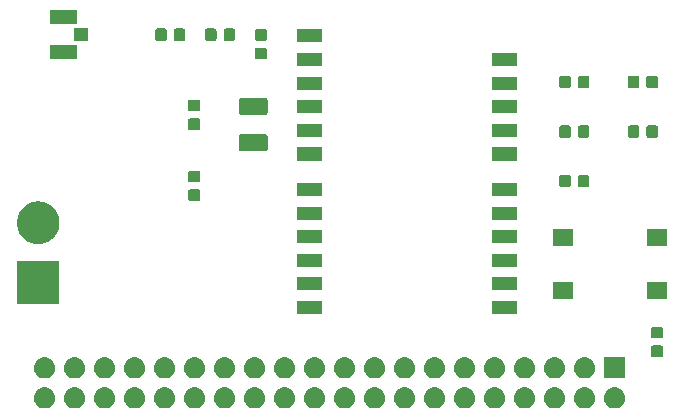
<source format=gbr>
G04 #@! TF.GenerationSoftware,KiCad,Pcbnew,(5.0.1-3-g963ef8bb5)*
G04 #@! TF.CreationDate,2018-11-19T18:06:17+01:00*
G04 #@! TF.ProjectId,wmbus_pihat,776D6275735F70696861742E6B696361,0.1*
G04 #@! TF.SameCoordinates,Original*
G04 #@! TF.FileFunction,Soldermask,Top*
G04 #@! TF.FilePolarity,Negative*
%FSLAX46Y46*%
G04 Gerber Fmt 4.6, Leading zero omitted, Abs format (unit mm)*
G04 Created by KiCad (PCBNEW (5.0.1-3-g963ef8bb5)) date Monday 19 November 2018 at 18:06:17*
%MOMM*%
%LPD*%
G01*
G04 APERTURE LIST*
%ADD10C,0.100000*%
G04 APERTURE END LIST*
D10*
G36*
X71310443Y-52445519D02*
X71376627Y-52452037D01*
X71489853Y-52486384D01*
X71546467Y-52503557D01*
X71685087Y-52577652D01*
X71702991Y-52587222D01*
X71738729Y-52616552D01*
X71840186Y-52699814D01*
X71923448Y-52801271D01*
X71952778Y-52837009D01*
X71952779Y-52837011D01*
X72036443Y-52993533D01*
X72036443Y-52993534D01*
X72087963Y-53163373D01*
X72105359Y-53340000D01*
X72087963Y-53516627D01*
X72053616Y-53629853D01*
X72036443Y-53686467D01*
X71962348Y-53825087D01*
X71952778Y-53842991D01*
X71923448Y-53878729D01*
X71840186Y-53980186D01*
X71738729Y-54063448D01*
X71702991Y-54092778D01*
X71702989Y-54092779D01*
X71546467Y-54176443D01*
X71489853Y-54193616D01*
X71376627Y-54227963D01*
X71310442Y-54234482D01*
X71244260Y-54241000D01*
X71155740Y-54241000D01*
X71089558Y-54234482D01*
X71023373Y-54227963D01*
X70910147Y-54193616D01*
X70853533Y-54176443D01*
X70697011Y-54092779D01*
X70697009Y-54092778D01*
X70661271Y-54063448D01*
X70559814Y-53980186D01*
X70476552Y-53878729D01*
X70447222Y-53842991D01*
X70437652Y-53825087D01*
X70363557Y-53686467D01*
X70346384Y-53629853D01*
X70312037Y-53516627D01*
X70294641Y-53340000D01*
X70312037Y-53163373D01*
X70363557Y-52993534D01*
X70363557Y-52993533D01*
X70447221Y-52837011D01*
X70447222Y-52837009D01*
X70476552Y-52801271D01*
X70559814Y-52699814D01*
X70661271Y-52616552D01*
X70697009Y-52587222D01*
X70714913Y-52577652D01*
X70853533Y-52503557D01*
X70910147Y-52486384D01*
X71023373Y-52452037D01*
X71089558Y-52445518D01*
X71155740Y-52439000D01*
X71244260Y-52439000D01*
X71310443Y-52445519D01*
X71310443Y-52445519D01*
G37*
G36*
X68770443Y-52445519D02*
X68836627Y-52452037D01*
X68949853Y-52486384D01*
X69006467Y-52503557D01*
X69145087Y-52577652D01*
X69162991Y-52587222D01*
X69198729Y-52616552D01*
X69300186Y-52699814D01*
X69383448Y-52801271D01*
X69412778Y-52837009D01*
X69412779Y-52837011D01*
X69496443Y-52993533D01*
X69496443Y-52993534D01*
X69547963Y-53163373D01*
X69565359Y-53340000D01*
X69547963Y-53516627D01*
X69513616Y-53629853D01*
X69496443Y-53686467D01*
X69422348Y-53825087D01*
X69412778Y-53842991D01*
X69383448Y-53878729D01*
X69300186Y-53980186D01*
X69198729Y-54063448D01*
X69162991Y-54092778D01*
X69162989Y-54092779D01*
X69006467Y-54176443D01*
X68949853Y-54193616D01*
X68836627Y-54227963D01*
X68770442Y-54234482D01*
X68704260Y-54241000D01*
X68615740Y-54241000D01*
X68549558Y-54234482D01*
X68483373Y-54227963D01*
X68370147Y-54193616D01*
X68313533Y-54176443D01*
X68157011Y-54092779D01*
X68157009Y-54092778D01*
X68121271Y-54063448D01*
X68019814Y-53980186D01*
X67936552Y-53878729D01*
X67907222Y-53842991D01*
X67897652Y-53825087D01*
X67823557Y-53686467D01*
X67806384Y-53629853D01*
X67772037Y-53516627D01*
X67754641Y-53340000D01*
X67772037Y-53163373D01*
X67823557Y-52993534D01*
X67823557Y-52993533D01*
X67907221Y-52837011D01*
X67907222Y-52837009D01*
X67936552Y-52801271D01*
X68019814Y-52699814D01*
X68121271Y-52616552D01*
X68157009Y-52587222D01*
X68174913Y-52577652D01*
X68313533Y-52503557D01*
X68370147Y-52486384D01*
X68483373Y-52452037D01*
X68549558Y-52445518D01*
X68615740Y-52439000D01*
X68704260Y-52439000D01*
X68770443Y-52445519D01*
X68770443Y-52445519D01*
G37*
G36*
X66230443Y-52445519D02*
X66296627Y-52452037D01*
X66409853Y-52486384D01*
X66466467Y-52503557D01*
X66605087Y-52577652D01*
X66622991Y-52587222D01*
X66658729Y-52616552D01*
X66760186Y-52699814D01*
X66843448Y-52801271D01*
X66872778Y-52837009D01*
X66872779Y-52837011D01*
X66956443Y-52993533D01*
X66956443Y-52993534D01*
X67007963Y-53163373D01*
X67025359Y-53340000D01*
X67007963Y-53516627D01*
X66973616Y-53629853D01*
X66956443Y-53686467D01*
X66882348Y-53825087D01*
X66872778Y-53842991D01*
X66843448Y-53878729D01*
X66760186Y-53980186D01*
X66658729Y-54063448D01*
X66622991Y-54092778D01*
X66622989Y-54092779D01*
X66466467Y-54176443D01*
X66409853Y-54193616D01*
X66296627Y-54227963D01*
X66230442Y-54234482D01*
X66164260Y-54241000D01*
X66075740Y-54241000D01*
X66009558Y-54234482D01*
X65943373Y-54227963D01*
X65830147Y-54193616D01*
X65773533Y-54176443D01*
X65617011Y-54092779D01*
X65617009Y-54092778D01*
X65581271Y-54063448D01*
X65479814Y-53980186D01*
X65396552Y-53878729D01*
X65367222Y-53842991D01*
X65357652Y-53825087D01*
X65283557Y-53686467D01*
X65266384Y-53629853D01*
X65232037Y-53516627D01*
X65214641Y-53340000D01*
X65232037Y-53163373D01*
X65283557Y-52993534D01*
X65283557Y-52993533D01*
X65367221Y-52837011D01*
X65367222Y-52837009D01*
X65396552Y-52801271D01*
X65479814Y-52699814D01*
X65581271Y-52616552D01*
X65617009Y-52587222D01*
X65634913Y-52577652D01*
X65773533Y-52503557D01*
X65830147Y-52486384D01*
X65943373Y-52452037D01*
X66009558Y-52445518D01*
X66075740Y-52439000D01*
X66164260Y-52439000D01*
X66230443Y-52445519D01*
X66230443Y-52445519D01*
G37*
G36*
X63690443Y-52445519D02*
X63756627Y-52452037D01*
X63869853Y-52486384D01*
X63926467Y-52503557D01*
X64065087Y-52577652D01*
X64082991Y-52587222D01*
X64118729Y-52616552D01*
X64220186Y-52699814D01*
X64303448Y-52801271D01*
X64332778Y-52837009D01*
X64332779Y-52837011D01*
X64416443Y-52993533D01*
X64416443Y-52993534D01*
X64467963Y-53163373D01*
X64485359Y-53340000D01*
X64467963Y-53516627D01*
X64433616Y-53629853D01*
X64416443Y-53686467D01*
X64342348Y-53825087D01*
X64332778Y-53842991D01*
X64303448Y-53878729D01*
X64220186Y-53980186D01*
X64118729Y-54063448D01*
X64082991Y-54092778D01*
X64082989Y-54092779D01*
X63926467Y-54176443D01*
X63869853Y-54193616D01*
X63756627Y-54227963D01*
X63690442Y-54234482D01*
X63624260Y-54241000D01*
X63535740Y-54241000D01*
X63469558Y-54234482D01*
X63403373Y-54227963D01*
X63290147Y-54193616D01*
X63233533Y-54176443D01*
X63077011Y-54092779D01*
X63077009Y-54092778D01*
X63041271Y-54063448D01*
X62939814Y-53980186D01*
X62856552Y-53878729D01*
X62827222Y-53842991D01*
X62817652Y-53825087D01*
X62743557Y-53686467D01*
X62726384Y-53629853D01*
X62692037Y-53516627D01*
X62674641Y-53340000D01*
X62692037Y-53163373D01*
X62743557Y-52993534D01*
X62743557Y-52993533D01*
X62827221Y-52837011D01*
X62827222Y-52837009D01*
X62856552Y-52801271D01*
X62939814Y-52699814D01*
X63041271Y-52616552D01*
X63077009Y-52587222D01*
X63094913Y-52577652D01*
X63233533Y-52503557D01*
X63290147Y-52486384D01*
X63403373Y-52452037D01*
X63469558Y-52445518D01*
X63535740Y-52439000D01*
X63624260Y-52439000D01*
X63690443Y-52445519D01*
X63690443Y-52445519D01*
G37*
G36*
X61150443Y-52445519D02*
X61216627Y-52452037D01*
X61329853Y-52486384D01*
X61386467Y-52503557D01*
X61525087Y-52577652D01*
X61542991Y-52587222D01*
X61578729Y-52616552D01*
X61680186Y-52699814D01*
X61763448Y-52801271D01*
X61792778Y-52837009D01*
X61792779Y-52837011D01*
X61876443Y-52993533D01*
X61876443Y-52993534D01*
X61927963Y-53163373D01*
X61945359Y-53340000D01*
X61927963Y-53516627D01*
X61893616Y-53629853D01*
X61876443Y-53686467D01*
X61802348Y-53825087D01*
X61792778Y-53842991D01*
X61763448Y-53878729D01*
X61680186Y-53980186D01*
X61578729Y-54063448D01*
X61542991Y-54092778D01*
X61542989Y-54092779D01*
X61386467Y-54176443D01*
X61329853Y-54193616D01*
X61216627Y-54227963D01*
X61150442Y-54234482D01*
X61084260Y-54241000D01*
X60995740Y-54241000D01*
X60929558Y-54234482D01*
X60863373Y-54227963D01*
X60750147Y-54193616D01*
X60693533Y-54176443D01*
X60537011Y-54092779D01*
X60537009Y-54092778D01*
X60501271Y-54063448D01*
X60399814Y-53980186D01*
X60316552Y-53878729D01*
X60287222Y-53842991D01*
X60277652Y-53825087D01*
X60203557Y-53686467D01*
X60186384Y-53629853D01*
X60152037Y-53516627D01*
X60134641Y-53340000D01*
X60152037Y-53163373D01*
X60203557Y-52993534D01*
X60203557Y-52993533D01*
X60287221Y-52837011D01*
X60287222Y-52837009D01*
X60316552Y-52801271D01*
X60399814Y-52699814D01*
X60501271Y-52616552D01*
X60537009Y-52587222D01*
X60554913Y-52577652D01*
X60693533Y-52503557D01*
X60750147Y-52486384D01*
X60863373Y-52452037D01*
X60929558Y-52445518D01*
X60995740Y-52439000D01*
X61084260Y-52439000D01*
X61150443Y-52445519D01*
X61150443Y-52445519D01*
G37*
G36*
X58610443Y-52445519D02*
X58676627Y-52452037D01*
X58789853Y-52486384D01*
X58846467Y-52503557D01*
X58985087Y-52577652D01*
X59002991Y-52587222D01*
X59038729Y-52616552D01*
X59140186Y-52699814D01*
X59223448Y-52801271D01*
X59252778Y-52837009D01*
X59252779Y-52837011D01*
X59336443Y-52993533D01*
X59336443Y-52993534D01*
X59387963Y-53163373D01*
X59405359Y-53340000D01*
X59387963Y-53516627D01*
X59353616Y-53629853D01*
X59336443Y-53686467D01*
X59262348Y-53825087D01*
X59252778Y-53842991D01*
X59223448Y-53878729D01*
X59140186Y-53980186D01*
X59038729Y-54063448D01*
X59002991Y-54092778D01*
X59002989Y-54092779D01*
X58846467Y-54176443D01*
X58789853Y-54193616D01*
X58676627Y-54227963D01*
X58610442Y-54234482D01*
X58544260Y-54241000D01*
X58455740Y-54241000D01*
X58389558Y-54234482D01*
X58323373Y-54227963D01*
X58210147Y-54193616D01*
X58153533Y-54176443D01*
X57997011Y-54092779D01*
X57997009Y-54092778D01*
X57961271Y-54063448D01*
X57859814Y-53980186D01*
X57776552Y-53878729D01*
X57747222Y-53842991D01*
X57737652Y-53825087D01*
X57663557Y-53686467D01*
X57646384Y-53629853D01*
X57612037Y-53516627D01*
X57594641Y-53340000D01*
X57612037Y-53163373D01*
X57663557Y-52993534D01*
X57663557Y-52993533D01*
X57747221Y-52837011D01*
X57747222Y-52837009D01*
X57776552Y-52801271D01*
X57859814Y-52699814D01*
X57961271Y-52616552D01*
X57997009Y-52587222D01*
X58014913Y-52577652D01*
X58153533Y-52503557D01*
X58210147Y-52486384D01*
X58323373Y-52452037D01*
X58389558Y-52445518D01*
X58455740Y-52439000D01*
X58544260Y-52439000D01*
X58610443Y-52445519D01*
X58610443Y-52445519D01*
G37*
G36*
X56070443Y-52445519D02*
X56136627Y-52452037D01*
X56249853Y-52486384D01*
X56306467Y-52503557D01*
X56445087Y-52577652D01*
X56462991Y-52587222D01*
X56498729Y-52616552D01*
X56600186Y-52699814D01*
X56683448Y-52801271D01*
X56712778Y-52837009D01*
X56712779Y-52837011D01*
X56796443Y-52993533D01*
X56796443Y-52993534D01*
X56847963Y-53163373D01*
X56865359Y-53340000D01*
X56847963Y-53516627D01*
X56813616Y-53629853D01*
X56796443Y-53686467D01*
X56722348Y-53825087D01*
X56712778Y-53842991D01*
X56683448Y-53878729D01*
X56600186Y-53980186D01*
X56498729Y-54063448D01*
X56462991Y-54092778D01*
X56462989Y-54092779D01*
X56306467Y-54176443D01*
X56249853Y-54193616D01*
X56136627Y-54227963D01*
X56070442Y-54234482D01*
X56004260Y-54241000D01*
X55915740Y-54241000D01*
X55849558Y-54234482D01*
X55783373Y-54227963D01*
X55670147Y-54193616D01*
X55613533Y-54176443D01*
X55457011Y-54092779D01*
X55457009Y-54092778D01*
X55421271Y-54063448D01*
X55319814Y-53980186D01*
X55236552Y-53878729D01*
X55207222Y-53842991D01*
X55197652Y-53825087D01*
X55123557Y-53686467D01*
X55106384Y-53629853D01*
X55072037Y-53516627D01*
X55054641Y-53340000D01*
X55072037Y-53163373D01*
X55123557Y-52993534D01*
X55123557Y-52993533D01*
X55207221Y-52837011D01*
X55207222Y-52837009D01*
X55236552Y-52801271D01*
X55319814Y-52699814D01*
X55421271Y-52616552D01*
X55457009Y-52587222D01*
X55474913Y-52577652D01*
X55613533Y-52503557D01*
X55670147Y-52486384D01*
X55783373Y-52452037D01*
X55849558Y-52445518D01*
X55915740Y-52439000D01*
X56004260Y-52439000D01*
X56070443Y-52445519D01*
X56070443Y-52445519D01*
G37*
G36*
X53530443Y-52445519D02*
X53596627Y-52452037D01*
X53709853Y-52486384D01*
X53766467Y-52503557D01*
X53905087Y-52577652D01*
X53922991Y-52587222D01*
X53958729Y-52616552D01*
X54060186Y-52699814D01*
X54143448Y-52801271D01*
X54172778Y-52837009D01*
X54172779Y-52837011D01*
X54256443Y-52993533D01*
X54256443Y-52993534D01*
X54307963Y-53163373D01*
X54325359Y-53340000D01*
X54307963Y-53516627D01*
X54273616Y-53629853D01*
X54256443Y-53686467D01*
X54182348Y-53825087D01*
X54172778Y-53842991D01*
X54143448Y-53878729D01*
X54060186Y-53980186D01*
X53958729Y-54063448D01*
X53922991Y-54092778D01*
X53922989Y-54092779D01*
X53766467Y-54176443D01*
X53709853Y-54193616D01*
X53596627Y-54227963D01*
X53530442Y-54234482D01*
X53464260Y-54241000D01*
X53375740Y-54241000D01*
X53309558Y-54234482D01*
X53243373Y-54227963D01*
X53130147Y-54193616D01*
X53073533Y-54176443D01*
X52917011Y-54092779D01*
X52917009Y-54092778D01*
X52881271Y-54063448D01*
X52779814Y-53980186D01*
X52696552Y-53878729D01*
X52667222Y-53842991D01*
X52657652Y-53825087D01*
X52583557Y-53686467D01*
X52566384Y-53629853D01*
X52532037Y-53516627D01*
X52514641Y-53340000D01*
X52532037Y-53163373D01*
X52583557Y-52993534D01*
X52583557Y-52993533D01*
X52667221Y-52837011D01*
X52667222Y-52837009D01*
X52696552Y-52801271D01*
X52779814Y-52699814D01*
X52881271Y-52616552D01*
X52917009Y-52587222D01*
X52934913Y-52577652D01*
X53073533Y-52503557D01*
X53130147Y-52486384D01*
X53243373Y-52452037D01*
X53309558Y-52445518D01*
X53375740Y-52439000D01*
X53464260Y-52439000D01*
X53530443Y-52445519D01*
X53530443Y-52445519D01*
G37*
G36*
X50990443Y-52445519D02*
X51056627Y-52452037D01*
X51169853Y-52486384D01*
X51226467Y-52503557D01*
X51365087Y-52577652D01*
X51382991Y-52587222D01*
X51418729Y-52616552D01*
X51520186Y-52699814D01*
X51603448Y-52801271D01*
X51632778Y-52837009D01*
X51632779Y-52837011D01*
X51716443Y-52993533D01*
X51716443Y-52993534D01*
X51767963Y-53163373D01*
X51785359Y-53340000D01*
X51767963Y-53516627D01*
X51733616Y-53629853D01*
X51716443Y-53686467D01*
X51642348Y-53825087D01*
X51632778Y-53842991D01*
X51603448Y-53878729D01*
X51520186Y-53980186D01*
X51418729Y-54063448D01*
X51382991Y-54092778D01*
X51382989Y-54092779D01*
X51226467Y-54176443D01*
X51169853Y-54193616D01*
X51056627Y-54227963D01*
X50990442Y-54234482D01*
X50924260Y-54241000D01*
X50835740Y-54241000D01*
X50769558Y-54234482D01*
X50703373Y-54227963D01*
X50590147Y-54193616D01*
X50533533Y-54176443D01*
X50377011Y-54092779D01*
X50377009Y-54092778D01*
X50341271Y-54063448D01*
X50239814Y-53980186D01*
X50156552Y-53878729D01*
X50127222Y-53842991D01*
X50117652Y-53825087D01*
X50043557Y-53686467D01*
X50026384Y-53629853D01*
X49992037Y-53516627D01*
X49974641Y-53340000D01*
X49992037Y-53163373D01*
X50043557Y-52993534D01*
X50043557Y-52993533D01*
X50127221Y-52837011D01*
X50127222Y-52837009D01*
X50156552Y-52801271D01*
X50239814Y-52699814D01*
X50341271Y-52616552D01*
X50377009Y-52587222D01*
X50394913Y-52577652D01*
X50533533Y-52503557D01*
X50590147Y-52486384D01*
X50703373Y-52452037D01*
X50769558Y-52445518D01*
X50835740Y-52439000D01*
X50924260Y-52439000D01*
X50990443Y-52445519D01*
X50990443Y-52445519D01*
G37*
G36*
X48450443Y-52445519D02*
X48516627Y-52452037D01*
X48629853Y-52486384D01*
X48686467Y-52503557D01*
X48825087Y-52577652D01*
X48842991Y-52587222D01*
X48878729Y-52616552D01*
X48980186Y-52699814D01*
X49063448Y-52801271D01*
X49092778Y-52837009D01*
X49092779Y-52837011D01*
X49176443Y-52993533D01*
X49176443Y-52993534D01*
X49227963Y-53163373D01*
X49245359Y-53340000D01*
X49227963Y-53516627D01*
X49193616Y-53629853D01*
X49176443Y-53686467D01*
X49102348Y-53825087D01*
X49092778Y-53842991D01*
X49063448Y-53878729D01*
X48980186Y-53980186D01*
X48878729Y-54063448D01*
X48842991Y-54092778D01*
X48842989Y-54092779D01*
X48686467Y-54176443D01*
X48629853Y-54193616D01*
X48516627Y-54227963D01*
X48450442Y-54234482D01*
X48384260Y-54241000D01*
X48295740Y-54241000D01*
X48229558Y-54234482D01*
X48163373Y-54227963D01*
X48050147Y-54193616D01*
X47993533Y-54176443D01*
X47837011Y-54092779D01*
X47837009Y-54092778D01*
X47801271Y-54063448D01*
X47699814Y-53980186D01*
X47616552Y-53878729D01*
X47587222Y-53842991D01*
X47577652Y-53825087D01*
X47503557Y-53686467D01*
X47486384Y-53629853D01*
X47452037Y-53516627D01*
X47434641Y-53340000D01*
X47452037Y-53163373D01*
X47503557Y-52993534D01*
X47503557Y-52993533D01*
X47587221Y-52837011D01*
X47587222Y-52837009D01*
X47616552Y-52801271D01*
X47699814Y-52699814D01*
X47801271Y-52616552D01*
X47837009Y-52587222D01*
X47854913Y-52577652D01*
X47993533Y-52503557D01*
X48050147Y-52486384D01*
X48163373Y-52452037D01*
X48229558Y-52445518D01*
X48295740Y-52439000D01*
X48384260Y-52439000D01*
X48450443Y-52445519D01*
X48450443Y-52445519D01*
G37*
G36*
X45910443Y-52445519D02*
X45976627Y-52452037D01*
X46089853Y-52486384D01*
X46146467Y-52503557D01*
X46285087Y-52577652D01*
X46302991Y-52587222D01*
X46338729Y-52616552D01*
X46440186Y-52699814D01*
X46523448Y-52801271D01*
X46552778Y-52837009D01*
X46552779Y-52837011D01*
X46636443Y-52993533D01*
X46636443Y-52993534D01*
X46687963Y-53163373D01*
X46705359Y-53340000D01*
X46687963Y-53516627D01*
X46653616Y-53629853D01*
X46636443Y-53686467D01*
X46562348Y-53825087D01*
X46552778Y-53842991D01*
X46523448Y-53878729D01*
X46440186Y-53980186D01*
X46338729Y-54063448D01*
X46302991Y-54092778D01*
X46302989Y-54092779D01*
X46146467Y-54176443D01*
X46089853Y-54193616D01*
X45976627Y-54227963D01*
X45910442Y-54234482D01*
X45844260Y-54241000D01*
X45755740Y-54241000D01*
X45689558Y-54234482D01*
X45623373Y-54227963D01*
X45510147Y-54193616D01*
X45453533Y-54176443D01*
X45297011Y-54092779D01*
X45297009Y-54092778D01*
X45261271Y-54063448D01*
X45159814Y-53980186D01*
X45076552Y-53878729D01*
X45047222Y-53842991D01*
X45037652Y-53825087D01*
X44963557Y-53686467D01*
X44946384Y-53629853D01*
X44912037Y-53516627D01*
X44894641Y-53340000D01*
X44912037Y-53163373D01*
X44963557Y-52993534D01*
X44963557Y-52993533D01*
X45047221Y-52837011D01*
X45047222Y-52837009D01*
X45076552Y-52801271D01*
X45159814Y-52699814D01*
X45261271Y-52616552D01*
X45297009Y-52587222D01*
X45314913Y-52577652D01*
X45453533Y-52503557D01*
X45510147Y-52486384D01*
X45623373Y-52452037D01*
X45689558Y-52445518D01*
X45755740Y-52439000D01*
X45844260Y-52439000D01*
X45910443Y-52445519D01*
X45910443Y-52445519D01*
G37*
G36*
X43370443Y-52445519D02*
X43436627Y-52452037D01*
X43549853Y-52486384D01*
X43606467Y-52503557D01*
X43745087Y-52577652D01*
X43762991Y-52587222D01*
X43798729Y-52616552D01*
X43900186Y-52699814D01*
X43983448Y-52801271D01*
X44012778Y-52837009D01*
X44012779Y-52837011D01*
X44096443Y-52993533D01*
X44096443Y-52993534D01*
X44147963Y-53163373D01*
X44165359Y-53340000D01*
X44147963Y-53516627D01*
X44113616Y-53629853D01*
X44096443Y-53686467D01*
X44022348Y-53825087D01*
X44012778Y-53842991D01*
X43983448Y-53878729D01*
X43900186Y-53980186D01*
X43798729Y-54063448D01*
X43762991Y-54092778D01*
X43762989Y-54092779D01*
X43606467Y-54176443D01*
X43549853Y-54193616D01*
X43436627Y-54227963D01*
X43370442Y-54234482D01*
X43304260Y-54241000D01*
X43215740Y-54241000D01*
X43149558Y-54234482D01*
X43083373Y-54227963D01*
X42970147Y-54193616D01*
X42913533Y-54176443D01*
X42757011Y-54092779D01*
X42757009Y-54092778D01*
X42721271Y-54063448D01*
X42619814Y-53980186D01*
X42536552Y-53878729D01*
X42507222Y-53842991D01*
X42497652Y-53825087D01*
X42423557Y-53686467D01*
X42406384Y-53629853D01*
X42372037Y-53516627D01*
X42354641Y-53340000D01*
X42372037Y-53163373D01*
X42423557Y-52993534D01*
X42423557Y-52993533D01*
X42507221Y-52837011D01*
X42507222Y-52837009D01*
X42536552Y-52801271D01*
X42619814Y-52699814D01*
X42721271Y-52616552D01*
X42757009Y-52587222D01*
X42774913Y-52577652D01*
X42913533Y-52503557D01*
X42970147Y-52486384D01*
X43083373Y-52452037D01*
X43149558Y-52445518D01*
X43215740Y-52439000D01*
X43304260Y-52439000D01*
X43370443Y-52445519D01*
X43370443Y-52445519D01*
G37*
G36*
X40830443Y-52445519D02*
X40896627Y-52452037D01*
X41009853Y-52486384D01*
X41066467Y-52503557D01*
X41205087Y-52577652D01*
X41222991Y-52587222D01*
X41258729Y-52616552D01*
X41360186Y-52699814D01*
X41443448Y-52801271D01*
X41472778Y-52837009D01*
X41472779Y-52837011D01*
X41556443Y-52993533D01*
X41556443Y-52993534D01*
X41607963Y-53163373D01*
X41625359Y-53340000D01*
X41607963Y-53516627D01*
X41573616Y-53629853D01*
X41556443Y-53686467D01*
X41482348Y-53825087D01*
X41472778Y-53842991D01*
X41443448Y-53878729D01*
X41360186Y-53980186D01*
X41258729Y-54063448D01*
X41222991Y-54092778D01*
X41222989Y-54092779D01*
X41066467Y-54176443D01*
X41009853Y-54193616D01*
X40896627Y-54227963D01*
X40830442Y-54234482D01*
X40764260Y-54241000D01*
X40675740Y-54241000D01*
X40609558Y-54234482D01*
X40543373Y-54227963D01*
X40430147Y-54193616D01*
X40373533Y-54176443D01*
X40217011Y-54092779D01*
X40217009Y-54092778D01*
X40181271Y-54063448D01*
X40079814Y-53980186D01*
X39996552Y-53878729D01*
X39967222Y-53842991D01*
X39957652Y-53825087D01*
X39883557Y-53686467D01*
X39866384Y-53629853D01*
X39832037Y-53516627D01*
X39814641Y-53340000D01*
X39832037Y-53163373D01*
X39883557Y-52993534D01*
X39883557Y-52993533D01*
X39967221Y-52837011D01*
X39967222Y-52837009D01*
X39996552Y-52801271D01*
X40079814Y-52699814D01*
X40181271Y-52616552D01*
X40217009Y-52587222D01*
X40234913Y-52577652D01*
X40373533Y-52503557D01*
X40430147Y-52486384D01*
X40543373Y-52452037D01*
X40609558Y-52445518D01*
X40675740Y-52439000D01*
X40764260Y-52439000D01*
X40830443Y-52445519D01*
X40830443Y-52445519D01*
G37*
G36*
X38290443Y-52445519D02*
X38356627Y-52452037D01*
X38469853Y-52486384D01*
X38526467Y-52503557D01*
X38665087Y-52577652D01*
X38682991Y-52587222D01*
X38718729Y-52616552D01*
X38820186Y-52699814D01*
X38903448Y-52801271D01*
X38932778Y-52837009D01*
X38932779Y-52837011D01*
X39016443Y-52993533D01*
X39016443Y-52993534D01*
X39067963Y-53163373D01*
X39085359Y-53340000D01*
X39067963Y-53516627D01*
X39033616Y-53629853D01*
X39016443Y-53686467D01*
X38942348Y-53825087D01*
X38932778Y-53842991D01*
X38903448Y-53878729D01*
X38820186Y-53980186D01*
X38718729Y-54063448D01*
X38682991Y-54092778D01*
X38682989Y-54092779D01*
X38526467Y-54176443D01*
X38469853Y-54193616D01*
X38356627Y-54227963D01*
X38290442Y-54234482D01*
X38224260Y-54241000D01*
X38135740Y-54241000D01*
X38069558Y-54234482D01*
X38003373Y-54227963D01*
X37890147Y-54193616D01*
X37833533Y-54176443D01*
X37677011Y-54092779D01*
X37677009Y-54092778D01*
X37641271Y-54063448D01*
X37539814Y-53980186D01*
X37456552Y-53878729D01*
X37427222Y-53842991D01*
X37417652Y-53825087D01*
X37343557Y-53686467D01*
X37326384Y-53629853D01*
X37292037Y-53516627D01*
X37274641Y-53340000D01*
X37292037Y-53163373D01*
X37343557Y-52993534D01*
X37343557Y-52993533D01*
X37427221Y-52837011D01*
X37427222Y-52837009D01*
X37456552Y-52801271D01*
X37539814Y-52699814D01*
X37641271Y-52616552D01*
X37677009Y-52587222D01*
X37694913Y-52577652D01*
X37833533Y-52503557D01*
X37890147Y-52486384D01*
X38003373Y-52452037D01*
X38069558Y-52445518D01*
X38135740Y-52439000D01*
X38224260Y-52439000D01*
X38290443Y-52445519D01*
X38290443Y-52445519D01*
G37*
G36*
X35750443Y-52445519D02*
X35816627Y-52452037D01*
X35929853Y-52486384D01*
X35986467Y-52503557D01*
X36125087Y-52577652D01*
X36142991Y-52587222D01*
X36178729Y-52616552D01*
X36280186Y-52699814D01*
X36363448Y-52801271D01*
X36392778Y-52837009D01*
X36392779Y-52837011D01*
X36476443Y-52993533D01*
X36476443Y-52993534D01*
X36527963Y-53163373D01*
X36545359Y-53340000D01*
X36527963Y-53516627D01*
X36493616Y-53629853D01*
X36476443Y-53686467D01*
X36402348Y-53825087D01*
X36392778Y-53842991D01*
X36363448Y-53878729D01*
X36280186Y-53980186D01*
X36178729Y-54063448D01*
X36142991Y-54092778D01*
X36142989Y-54092779D01*
X35986467Y-54176443D01*
X35929853Y-54193616D01*
X35816627Y-54227963D01*
X35750442Y-54234482D01*
X35684260Y-54241000D01*
X35595740Y-54241000D01*
X35529558Y-54234482D01*
X35463373Y-54227963D01*
X35350147Y-54193616D01*
X35293533Y-54176443D01*
X35137011Y-54092779D01*
X35137009Y-54092778D01*
X35101271Y-54063448D01*
X34999814Y-53980186D01*
X34916552Y-53878729D01*
X34887222Y-53842991D01*
X34877652Y-53825087D01*
X34803557Y-53686467D01*
X34786384Y-53629853D01*
X34752037Y-53516627D01*
X34734641Y-53340000D01*
X34752037Y-53163373D01*
X34803557Y-52993534D01*
X34803557Y-52993533D01*
X34887221Y-52837011D01*
X34887222Y-52837009D01*
X34916552Y-52801271D01*
X34999814Y-52699814D01*
X35101271Y-52616552D01*
X35137009Y-52587222D01*
X35154913Y-52577652D01*
X35293533Y-52503557D01*
X35350147Y-52486384D01*
X35463373Y-52452037D01*
X35529558Y-52445518D01*
X35595740Y-52439000D01*
X35684260Y-52439000D01*
X35750443Y-52445519D01*
X35750443Y-52445519D01*
G37*
G36*
X33210443Y-52445519D02*
X33276627Y-52452037D01*
X33389853Y-52486384D01*
X33446467Y-52503557D01*
X33585087Y-52577652D01*
X33602991Y-52587222D01*
X33638729Y-52616552D01*
X33740186Y-52699814D01*
X33823448Y-52801271D01*
X33852778Y-52837009D01*
X33852779Y-52837011D01*
X33936443Y-52993533D01*
X33936443Y-52993534D01*
X33987963Y-53163373D01*
X34005359Y-53340000D01*
X33987963Y-53516627D01*
X33953616Y-53629853D01*
X33936443Y-53686467D01*
X33862348Y-53825087D01*
X33852778Y-53842991D01*
X33823448Y-53878729D01*
X33740186Y-53980186D01*
X33638729Y-54063448D01*
X33602991Y-54092778D01*
X33602989Y-54092779D01*
X33446467Y-54176443D01*
X33389853Y-54193616D01*
X33276627Y-54227963D01*
X33210442Y-54234482D01*
X33144260Y-54241000D01*
X33055740Y-54241000D01*
X32989558Y-54234482D01*
X32923373Y-54227963D01*
X32810147Y-54193616D01*
X32753533Y-54176443D01*
X32597011Y-54092779D01*
X32597009Y-54092778D01*
X32561271Y-54063448D01*
X32459814Y-53980186D01*
X32376552Y-53878729D01*
X32347222Y-53842991D01*
X32337652Y-53825087D01*
X32263557Y-53686467D01*
X32246384Y-53629853D01*
X32212037Y-53516627D01*
X32194641Y-53340000D01*
X32212037Y-53163373D01*
X32263557Y-52993534D01*
X32263557Y-52993533D01*
X32347221Y-52837011D01*
X32347222Y-52837009D01*
X32376552Y-52801271D01*
X32459814Y-52699814D01*
X32561271Y-52616552D01*
X32597009Y-52587222D01*
X32614913Y-52577652D01*
X32753533Y-52503557D01*
X32810147Y-52486384D01*
X32923373Y-52452037D01*
X32989558Y-52445518D01*
X33055740Y-52439000D01*
X33144260Y-52439000D01*
X33210443Y-52445519D01*
X33210443Y-52445519D01*
G37*
G36*
X30670443Y-52445519D02*
X30736627Y-52452037D01*
X30849853Y-52486384D01*
X30906467Y-52503557D01*
X31045087Y-52577652D01*
X31062991Y-52587222D01*
X31098729Y-52616552D01*
X31200186Y-52699814D01*
X31283448Y-52801271D01*
X31312778Y-52837009D01*
X31312779Y-52837011D01*
X31396443Y-52993533D01*
X31396443Y-52993534D01*
X31447963Y-53163373D01*
X31465359Y-53340000D01*
X31447963Y-53516627D01*
X31413616Y-53629853D01*
X31396443Y-53686467D01*
X31322348Y-53825087D01*
X31312778Y-53842991D01*
X31283448Y-53878729D01*
X31200186Y-53980186D01*
X31098729Y-54063448D01*
X31062991Y-54092778D01*
X31062989Y-54092779D01*
X30906467Y-54176443D01*
X30849853Y-54193616D01*
X30736627Y-54227963D01*
X30670442Y-54234482D01*
X30604260Y-54241000D01*
X30515740Y-54241000D01*
X30449558Y-54234482D01*
X30383373Y-54227963D01*
X30270147Y-54193616D01*
X30213533Y-54176443D01*
X30057011Y-54092779D01*
X30057009Y-54092778D01*
X30021271Y-54063448D01*
X29919814Y-53980186D01*
X29836552Y-53878729D01*
X29807222Y-53842991D01*
X29797652Y-53825087D01*
X29723557Y-53686467D01*
X29706384Y-53629853D01*
X29672037Y-53516627D01*
X29654641Y-53340000D01*
X29672037Y-53163373D01*
X29723557Y-52993534D01*
X29723557Y-52993533D01*
X29807221Y-52837011D01*
X29807222Y-52837009D01*
X29836552Y-52801271D01*
X29919814Y-52699814D01*
X30021271Y-52616552D01*
X30057009Y-52587222D01*
X30074913Y-52577652D01*
X30213533Y-52503557D01*
X30270147Y-52486384D01*
X30383373Y-52452037D01*
X30449558Y-52445518D01*
X30515740Y-52439000D01*
X30604260Y-52439000D01*
X30670443Y-52445519D01*
X30670443Y-52445519D01*
G37*
G36*
X28130443Y-52445519D02*
X28196627Y-52452037D01*
X28309853Y-52486384D01*
X28366467Y-52503557D01*
X28505087Y-52577652D01*
X28522991Y-52587222D01*
X28558729Y-52616552D01*
X28660186Y-52699814D01*
X28743448Y-52801271D01*
X28772778Y-52837009D01*
X28772779Y-52837011D01*
X28856443Y-52993533D01*
X28856443Y-52993534D01*
X28907963Y-53163373D01*
X28925359Y-53340000D01*
X28907963Y-53516627D01*
X28873616Y-53629853D01*
X28856443Y-53686467D01*
X28782348Y-53825087D01*
X28772778Y-53842991D01*
X28743448Y-53878729D01*
X28660186Y-53980186D01*
X28558729Y-54063448D01*
X28522991Y-54092778D01*
X28522989Y-54092779D01*
X28366467Y-54176443D01*
X28309853Y-54193616D01*
X28196627Y-54227963D01*
X28130442Y-54234482D01*
X28064260Y-54241000D01*
X27975740Y-54241000D01*
X27909558Y-54234482D01*
X27843373Y-54227963D01*
X27730147Y-54193616D01*
X27673533Y-54176443D01*
X27517011Y-54092779D01*
X27517009Y-54092778D01*
X27481271Y-54063448D01*
X27379814Y-53980186D01*
X27296552Y-53878729D01*
X27267222Y-53842991D01*
X27257652Y-53825087D01*
X27183557Y-53686467D01*
X27166384Y-53629853D01*
X27132037Y-53516627D01*
X27114641Y-53340000D01*
X27132037Y-53163373D01*
X27183557Y-52993534D01*
X27183557Y-52993533D01*
X27267221Y-52837011D01*
X27267222Y-52837009D01*
X27296552Y-52801271D01*
X27379814Y-52699814D01*
X27481271Y-52616552D01*
X27517009Y-52587222D01*
X27534913Y-52577652D01*
X27673533Y-52503557D01*
X27730147Y-52486384D01*
X27843373Y-52452037D01*
X27909558Y-52445518D01*
X27975740Y-52439000D01*
X28064260Y-52439000D01*
X28130443Y-52445519D01*
X28130443Y-52445519D01*
G37*
G36*
X25590443Y-52445519D02*
X25656627Y-52452037D01*
X25769853Y-52486384D01*
X25826467Y-52503557D01*
X25965087Y-52577652D01*
X25982991Y-52587222D01*
X26018729Y-52616552D01*
X26120186Y-52699814D01*
X26203448Y-52801271D01*
X26232778Y-52837009D01*
X26232779Y-52837011D01*
X26316443Y-52993533D01*
X26316443Y-52993534D01*
X26367963Y-53163373D01*
X26385359Y-53340000D01*
X26367963Y-53516627D01*
X26333616Y-53629853D01*
X26316443Y-53686467D01*
X26242348Y-53825087D01*
X26232778Y-53842991D01*
X26203448Y-53878729D01*
X26120186Y-53980186D01*
X26018729Y-54063448D01*
X25982991Y-54092778D01*
X25982989Y-54092779D01*
X25826467Y-54176443D01*
X25769853Y-54193616D01*
X25656627Y-54227963D01*
X25590442Y-54234482D01*
X25524260Y-54241000D01*
X25435740Y-54241000D01*
X25369558Y-54234482D01*
X25303373Y-54227963D01*
X25190147Y-54193616D01*
X25133533Y-54176443D01*
X24977011Y-54092779D01*
X24977009Y-54092778D01*
X24941271Y-54063448D01*
X24839814Y-53980186D01*
X24756552Y-53878729D01*
X24727222Y-53842991D01*
X24717652Y-53825087D01*
X24643557Y-53686467D01*
X24626384Y-53629853D01*
X24592037Y-53516627D01*
X24574641Y-53340000D01*
X24592037Y-53163373D01*
X24643557Y-52993534D01*
X24643557Y-52993533D01*
X24727221Y-52837011D01*
X24727222Y-52837009D01*
X24756552Y-52801271D01*
X24839814Y-52699814D01*
X24941271Y-52616552D01*
X24977009Y-52587222D01*
X24994913Y-52577652D01*
X25133533Y-52503557D01*
X25190147Y-52486384D01*
X25303373Y-52452037D01*
X25369558Y-52445518D01*
X25435740Y-52439000D01*
X25524260Y-52439000D01*
X25590443Y-52445519D01*
X25590443Y-52445519D01*
G37*
G36*
X23050443Y-52445519D02*
X23116627Y-52452037D01*
X23229853Y-52486384D01*
X23286467Y-52503557D01*
X23425087Y-52577652D01*
X23442991Y-52587222D01*
X23478729Y-52616552D01*
X23580186Y-52699814D01*
X23663448Y-52801271D01*
X23692778Y-52837009D01*
X23692779Y-52837011D01*
X23776443Y-52993533D01*
X23776443Y-52993534D01*
X23827963Y-53163373D01*
X23845359Y-53340000D01*
X23827963Y-53516627D01*
X23793616Y-53629853D01*
X23776443Y-53686467D01*
X23702348Y-53825087D01*
X23692778Y-53842991D01*
X23663448Y-53878729D01*
X23580186Y-53980186D01*
X23478729Y-54063448D01*
X23442991Y-54092778D01*
X23442989Y-54092779D01*
X23286467Y-54176443D01*
X23229853Y-54193616D01*
X23116627Y-54227963D01*
X23050442Y-54234482D01*
X22984260Y-54241000D01*
X22895740Y-54241000D01*
X22829558Y-54234482D01*
X22763373Y-54227963D01*
X22650147Y-54193616D01*
X22593533Y-54176443D01*
X22437011Y-54092779D01*
X22437009Y-54092778D01*
X22401271Y-54063448D01*
X22299814Y-53980186D01*
X22216552Y-53878729D01*
X22187222Y-53842991D01*
X22177652Y-53825087D01*
X22103557Y-53686467D01*
X22086384Y-53629853D01*
X22052037Y-53516627D01*
X22034641Y-53340000D01*
X22052037Y-53163373D01*
X22103557Y-52993534D01*
X22103557Y-52993533D01*
X22187221Y-52837011D01*
X22187222Y-52837009D01*
X22216552Y-52801271D01*
X22299814Y-52699814D01*
X22401271Y-52616552D01*
X22437009Y-52587222D01*
X22454913Y-52577652D01*
X22593533Y-52503557D01*
X22650147Y-52486384D01*
X22763373Y-52452037D01*
X22829558Y-52445518D01*
X22895740Y-52439000D01*
X22984260Y-52439000D01*
X23050443Y-52445519D01*
X23050443Y-52445519D01*
G37*
G36*
X48450442Y-49905518D02*
X48516627Y-49912037D01*
X48629853Y-49946384D01*
X48686467Y-49963557D01*
X48825087Y-50037652D01*
X48842991Y-50047222D01*
X48878729Y-50076552D01*
X48980186Y-50159814D01*
X49063448Y-50261271D01*
X49092778Y-50297009D01*
X49092779Y-50297011D01*
X49176443Y-50453533D01*
X49176443Y-50453534D01*
X49227963Y-50623373D01*
X49245359Y-50800000D01*
X49227963Y-50976627D01*
X49193616Y-51089853D01*
X49176443Y-51146467D01*
X49102348Y-51285087D01*
X49092778Y-51302991D01*
X49063448Y-51338729D01*
X48980186Y-51440186D01*
X48878729Y-51523448D01*
X48842991Y-51552778D01*
X48842989Y-51552779D01*
X48686467Y-51636443D01*
X48629853Y-51653616D01*
X48516627Y-51687963D01*
X48450442Y-51694482D01*
X48384260Y-51701000D01*
X48295740Y-51701000D01*
X48229558Y-51694482D01*
X48163373Y-51687963D01*
X48050147Y-51653616D01*
X47993533Y-51636443D01*
X47837011Y-51552779D01*
X47837009Y-51552778D01*
X47801271Y-51523448D01*
X47699814Y-51440186D01*
X47616552Y-51338729D01*
X47587222Y-51302991D01*
X47577652Y-51285087D01*
X47503557Y-51146467D01*
X47486384Y-51089853D01*
X47452037Y-50976627D01*
X47434641Y-50800000D01*
X47452037Y-50623373D01*
X47503557Y-50453534D01*
X47503557Y-50453533D01*
X47587221Y-50297011D01*
X47587222Y-50297009D01*
X47616552Y-50261271D01*
X47699814Y-50159814D01*
X47801271Y-50076552D01*
X47837009Y-50047222D01*
X47854913Y-50037652D01*
X47993533Y-49963557D01*
X48050147Y-49946384D01*
X48163373Y-49912037D01*
X48229557Y-49905519D01*
X48295740Y-49899000D01*
X48384260Y-49899000D01*
X48450442Y-49905518D01*
X48450442Y-49905518D01*
G37*
G36*
X72101000Y-51701000D02*
X70299000Y-51701000D01*
X70299000Y-49899000D01*
X72101000Y-49899000D01*
X72101000Y-51701000D01*
X72101000Y-51701000D01*
G37*
G36*
X25590442Y-49905518D02*
X25656627Y-49912037D01*
X25769853Y-49946384D01*
X25826467Y-49963557D01*
X25965087Y-50037652D01*
X25982991Y-50047222D01*
X26018729Y-50076552D01*
X26120186Y-50159814D01*
X26203448Y-50261271D01*
X26232778Y-50297009D01*
X26232779Y-50297011D01*
X26316443Y-50453533D01*
X26316443Y-50453534D01*
X26367963Y-50623373D01*
X26385359Y-50800000D01*
X26367963Y-50976627D01*
X26333616Y-51089853D01*
X26316443Y-51146467D01*
X26242348Y-51285087D01*
X26232778Y-51302991D01*
X26203448Y-51338729D01*
X26120186Y-51440186D01*
X26018729Y-51523448D01*
X25982991Y-51552778D01*
X25982989Y-51552779D01*
X25826467Y-51636443D01*
X25769853Y-51653616D01*
X25656627Y-51687963D01*
X25590442Y-51694482D01*
X25524260Y-51701000D01*
X25435740Y-51701000D01*
X25369558Y-51694482D01*
X25303373Y-51687963D01*
X25190147Y-51653616D01*
X25133533Y-51636443D01*
X24977011Y-51552779D01*
X24977009Y-51552778D01*
X24941271Y-51523448D01*
X24839814Y-51440186D01*
X24756552Y-51338729D01*
X24727222Y-51302991D01*
X24717652Y-51285087D01*
X24643557Y-51146467D01*
X24626384Y-51089853D01*
X24592037Y-50976627D01*
X24574641Y-50800000D01*
X24592037Y-50623373D01*
X24643557Y-50453534D01*
X24643557Y-50453533D01*
X24727221Y-50297011D01*
X24727222Y-50297009D01*
X24756552Y-50261271D01*
X24839814Y-50159814D01*
X24941271Y-50076552D01*
X24977009Y-50047222D01*
X24994913Y-50037652D01*
X25133533Y-49963557D01*
X25190147Y-49946384D01*
X25303373Y-49912037D01*
X25369558Y-49905518D01*
X25435740Y-49899000D01*
X25524260Y-49899000D01*
X25590442Y-49905518D01*
X25590442Y-49905518D01*
G37*
G36*
X68770442Y-49905518D02*
X68836627Y-49912037D01*
X68949853Y-49946384D01*
X69006467Y-49963557D01*
X69145087Y-50037652D01*
X69162991Y-50047222D01*
X69198729Y-50076552D01*
X69300186Y-50159814D01*
X69383448Y-50261271D01*
X69412778Y-50297009D01*
X69412779Y-50297011D01*
X69496443Y-50453533D01*
X69496443Y-50453534D01*
X69547963Y-50623373D01*
X69565359Y-50800000D01*
X69547963Y-50976627D01*
X69513616Y-51089853D01*
X69496443Y-51146467D01*
X69422348Y-51285087D01*
X69412778Y-51302991D01*
X69383448Y-51338729D01*
X69300186Y-51440186D01*
X69198729Y-51523448D01*
X69162991Y-51552778D01*
X69162989Y-51552779D01*
X69006467Y-51636443D01*
X68949853Y-51653616D01*
X68836627Y-51687963D01*
X68770442Y-51694482D01*
X68704260Y-51701000D01*
X68615740Y-51701000D01*
X68549558Y-51694482D01*
X68483373Y-51687963D01*
X68370147Y-51653616D01*
X68313533Y-51636443D01*
X68157011Y-51552779D01*
X68157009Y-51552778D01*
X68121271Y-51523448D01*
X68019814Y-51440186D01*
X67936552Y-51338729D01*
X67907222Y-51302991D01*
X67897652Y-51285087D01*
X67823557Y-51146467D01*
X67806384Y-51089853D01*
X67772037Y-50976627D01*
X67754641Y-50800000D01*
X67772037Y-50623373D01*
X67823557Y-50453534D01*
X67823557Y-50453533D01*
X67907221Y-50297011D01*
X67907222Y-50297009D01*
X67936552Y-50261271D01*
X68019814Y-50159814D01*
X68121271Y-50076552D01*
X68157009Y-50047222D01*
X68174913Y-50037652D01*
X68313533Y-49963557D01*
X68370147Y-49946384D01*
X68483373Y-49912037D01*
X68549557Y-49905519D01*
X68615740Y-49899000D01*
X68704260Y-49899000D01*
X68770442Y-49905518D01*
X68770442Y-49905518D01*
G37*
G36*
X28130442Y-49905518D02*
X28196627Y-49912037D01*
X28309853Y-49946384D01*
X28366467Y-49963557D01*
X28505087Y-50037652D01*
X28522991Y-50047222D01*
X28558729Y-50076552D01*
X28660186Y-50159814D01*
X28743448Y-50261271D01*
X28772778Y-50297009D01*
X28772779Y-50297011D01*
X28856443Y-50453533D01*
X28856443Y-50453534D01*
X28907963Y-50623373D01*
X28925359Y-50800000D01*
X28907963Y-50976627D01*
X28873616Y-51089853D01*
X28856443Y-51146467D01*
X28782348Y-51285087D01*
X28772778Y-51302991D01*
X28743448Y-51338729D01*
X28660186Y-51440186D01*
X28558729Y-51523448D01*
X28522991Y-51552778D01*
X28522989Y-51552779D01*
X28366467Y-51636443D01*
X28309853Y-51653616D01*
X28196627Y-51687963D01*
X28130442Y-51694482D01*
X28064260Y-51701000D01*
X27975740Y-51701000D01*
X27909558Y-51694482D01*
X27843373Y-51687963D01*
X27730147Y-51653616D01*
X27673533Y-51636443D01*
X27517011Y-51552779D01*
X27517009Y-51552778D01*
X27481271Y-51523448D01*
X27379814Y-51440186D01*
X27296552Y-51338729D01*
X27267222Y-51302991D01*
X27257652Y-51285087D01*
X27183557Y-51146467D01*
X27166384Y-51089853D01*
X27132037Y-50976627D01*
X27114641Y-50800000D01*
X27132037Y-50623373D01*
X27183557Y-50453534D01*
X27183557Y-50453533D01*
X27267221Y-50297011D01*
X27267222Y-50297009D01*
X27296552Y-50261271D01*
X27379814Y-50159814D01*
X27481271Y-50076552D01*
X27517009Y-50047222D01*
X27534913Y-50037652D01*
X27673533Y-49963557D01*
X27730147Y-49946384D01*
X27843373Y-49912037D01*
X27909558Y-49905518D01*
X27975740Y-49899000D01*
X28064260Y-49899000D01*
X28130442Y-49905518D01*
X28130442Y-49905518D01*
G37*
G36*
X66230442Y-49905518D02*
X66296627Y-49912037D01*
X66409853Y-49946384D01*
X66466467Y-49963557D01*
X66605087Y-50037652D01*
X66622991Y-50047222D01*
X66658729Y-50076552D01*
X66760186Y-50159814D01*
X66843448Y-50261271D01*
X66872778Y-50297009D01*
X66872779Y-50297011D01*
X66956443Y-50453533D01*
X66956443Y-50453534D01*
X67007963Y-50623373D01*
X67025359Y-50800000D01*
X67007963Y-50976627D01*
X66973616Y-51089853D01*
X66956443Y-51146467D01*
X66882348Y-51285087D01*
X66872778Y-51302991D01*
X66843448Y-51338729D01*
X66760186Y-51440186D01*
X66658729Y-51523448D01*
X66622991Y-51552778D01*
X66622989Y-51552779D01*
X66466467Y-51636443D01*
X66409853Y-51653616D01*
X66296627Y-51687963D01*
X66230442Y-51694482D01*
X66164260Y-51701000D01*
X66075740Y-51701000D01*
X66009558Y-51694482D01*
X65943373Y-51687963D01*
X65830147Y-51653616D01*
X65773533Y-51636443D01*
X65617011Y-51552779D01*
X65617009Y-51552778D01*
X65581271Y-51523448D01*
X65479814Y-51440186D01*
X65396552Y-51338729D01*
X65367222Y-51302991D01*
X65357652Y-51285087D01*
X65283557Y-51146467D01*
X65266384Y-51089853D01*
X65232037Y-50976627D01*
X65214641Y-50800000D01*
X65232037Y-50623373D01*
X65283557Y-50453534D01*
X65283557Y-50453533D01*
X65367221Y-50297011D01*
X65367222Y-50297009D01*
X65396552Y-50261271D01*
X65479814Y-50159814D01*
X65581271Y-50076552D01*
X65617009Y-50047222D01*
X65634913Y-50037652D01*
X65773533Y-49963557D01*
X65830147Y-49946384D01*
X65943373Y-49912037D01*
X66009557Y-49905519D01*
X66075740Y-49899000D01*
X66164260Y-49899000D01*
X66230442Y-49905518D01*
X66230442Y-49905518D01*
G37*
G36*
X30670442Y-49905518D02*
X30736627Y-49912037D01*
X30849853Y-49946384D01*
X30906467Y-49963557D01*
X31045087Y-50037652D01*
X31062991Y-50047222D01*
X31098729Y-50076552D01*
X31200186Y-50159814D01*
X31283448Y-50261271D01*
X31312778Y-50297009D01*
X31312779Y-50297011D01*
X31396443Y-50453533D01*
X31396443Y-50453534D01*
X31447963Y-50623373D01*
X31465359Y-50800000D01*
X31447963Y-50976627D01*
X31413616Y-51089853D01*
X31396443Y-51146467D01*
X31322348Y-51285087D01*
X31312778Y-51302991D01*
X31283448Y-51338729D01*
X31200186Y-51440186D01*
X31098729Y-51523448D01*
X31062991Y-51552778D01*
X31062989Y-51552779D01*
X30906467Y-51636443D01*
X30849853Y-51653616D01*
X30736627Y-51687963D01*
X30670442Y-51694482D01*
X30604260Y-51701000D01*
X30515740Y-51701000D01*
X30449558Y-51694482D01*
X30383373Y-51687963D01*
X30270147Y-51653616D01*
X30213533Y-51636443D01*
X30057011Y-51552779D01*
X30057009Y-51552778D01*
X30021271Y-51523448D01*
X29919814Y-51440186D01*
X29836552Y-51338729D01*
X29807222Y-51302991D01*
X29797652Y-51285087D01*
X29723557Y-51146467D01*
X29706384Y-51089853D01*
X29672037Y-50976627D01*
X29654641Y-50800000D01*
X29672037Y-50623373D01*
X29723557Y-50453534D01*
X29723557Y-50453533D01*
X29807221Y-50297011D01*
X29807222Y-50297009D01*
X29836552Y-50261271D01*
X29919814Y-50159814D01*
X30021271Y-50076552D01*
X30057009Y-50047222D01*
X30074913Y-50037652D01*
X30213533Y-49963557D01*
X30270147Y-49946384D01*
X30383373Y-49912037D01*
X30449557Y-49905519D01*
X30515740Y-49899000D01*
X30604260Y-49899000D01*
X30670442Y-49905518D01*
X30670442Y-49905518D01*
G37*
G36*
X63690442Y-49905518D02*
X63756627Y-49912037D01*
X63869853Y-49946384D01*
X63926467Y-49963557D01*
X64065087Y-50037652D01*
X64082991Y-50047222D01*
X64118729Y-50076552D01*
X64220186Y-50159814D01*
X64303448Y-50261271D01*
X64332778Y-50297009D01*
X64332779Y-50297011D01*
X64416443Y-50453533D01*
X64416443Y-50453534D01*
X64467963Y-50623373D01*
X64485359Y-50800000D01*
X64467963Y-50976627D01*
X64433616Y-51089853D01*
X64416443Y-51146467D01*
X64342348Y-51285087D01*
X64332778Y-51302991D01*
X64303448Y-51338729D01*
X64220186Y-51440186D01*
X64118729Y-51523448D01*
X64082991Y-51552778D01*
X64082989Y-51552779D01*
X63926467Y-51636443D01*
X63869853Y-51653616D01*
X63756627Y-51687963D01*
X63690442Y-51694482D01*
X63624260Y-51701000D01*
X63535740Y-51701000D01*
X63469558Y-51694482D01*
X63403373Y-51687963D01*
X63290147Y-51653616D01*
X63233533Y-51636443D01*
X63077011Y-51552779D01*
X63077009Y-51552778D01*
X63041271Y-51523448D01*
X62939814Y-51440186D01*
X62856552Y-51338729D01*
X62827222Y-51302991D01*
X62817652Y-51285087D01*
X62743557Y-51146467D01*
X62726384Y-51089853D01*
X62692037Y-50976627D01*
X62674641Y-50800000D01*
X62692037Y-50623373D01*
X62743557Y-50453534D01*
X62743557Y-50453533D01*
X62827221Y-50297011D01*
X62827222Y-50297009D01*
X62856552Y-50261271D01*
X62939814Y-50159814D01*
X63041271Y-50076552D01*
X63077009Y-50047222D01*
X63094913Y-50037652D01*
X63233533Y-49963557D01*
X63290147Y-49946384D01*
X63403373Y-49912037D01*
X63469557Y-49905519D01*
X63535740Y-49899000D01*
X63624260Y-49899000D01*
X63690442Y-49905518D01*
X63690442Y-49905518D01*
G37*
G36*
X33210442Y-49905518D02*
X33276627Y-49912037D01*
X33389853Y-49946384D01*
X33446467Y-49963557D01*
X33585087Y-50037652D01*
X33602991Y-50047222D01*
X33638729Y-50076552D01*
X33740186Y-50159814D01*
X33823448Y-50261271D01*
X33852778Y-50297009D01*
X33852779Y-50297011D01*
X33936443Y-50453533D01*
X33936443Y-50453534D01*
X33987963Y-50623373D01*
X34005359Y-50800000D01*
X33987963Y-50976627D01*
X33953616Y-51089853D01*
X33936443Y-51146467D01*
X33862348Y-51285087D01*
X33852778Y-51302991D01*
X33823448Y-51338729D01*
X33740186Y-51440186D01*
X33638729Y-51523448D01*
X33602991Y-51552778D01*
X33602989Y-51552779D01*
X33446467Y-51636443D01*
X33389853Y-51653616D01*
X33276627Y-51687963D01*
X33210442Y-51694482D01*
X33144260Y-51701000D01*
X33055740Y-51701000D01*
X32989558Y-51694482D01*
X32923373Y-51687963D01*
X32810147Y-51653616D01*
X32753533Y-51636443D01*
X32597011Y-51552779D01*
X32597009Y-51552778D01*
X32561271Y-51523448D01*
X32459814Y-51440186D01*
X32376552Y-51338729D01*
X32347222Y-51302991D01*
X32337652Y-51285087D01*
X32263557Y-51146467D01*
X32246384Y-51089853D01*
X32212037Y-50976627D01*
X32194641Y-50800000D01*
X32212037Y-50623373D01*
X32263557Y-50453534D01*
X32263557Y-50453533D01*
X32347221Y-50297011D01*
X32347222Y-50297009D01*
X32376552Y-50261271D01*
X32459814Y-50159814D01*
X32561271Y-50076552D01*
X32597009Y-50047222D01*
X32614913Y-50037652D01*
X32753533Y-49963557D01*
X32810147Y-49946384D01*
X32923373Y-49912037D01*
X32989557Y-49905519D01*
X33055740Y-49899000D01*
X33144260Y-49899000D01*
X33210442Y-49905518D01*
X33210442Y-49905518D01*
G37*
G36*
X61150442Y-49905518D02*
X61216627Y-49912037D01*
X61329853Y-49946384D01*
X61386467Y-49963557D01*
X61525087Y-50037652D01*
X61542991Y-50047222D01*
X61578729Y-50076552D01*
X61680186Y-50159814D01*
X61763448Y-50261271D01*
X61792778Y-50297009D01*
X61792779Y-50297011D01*
X61876443Y-50453533D01*
X61876443Y-50453534D01*
X61927963Y-50623373D01*
X61945359Y-50800000D01*
X61927963Y-50976627D01*
X61893616Y-51089853D01*
X61876443Y-51146467D01*
X61802348Y-51285087D01*
X61792778Y-51302991D01*
X61763448Y-51338729D01*
X61680186Y-51440186D01*
X61578729Y-51523448D01*
X61542991Y-51552778D01*
X61542989Y-51552779D01*
X61386467Y-51636443D01*
X61329853Y-51653616D01*
X61216627Y-51687963D01*
X61150442Y-51694482D01*
X61084260Y-51701000D01*
X60995740Y-51701000D01*
X60929558Y-51694482D01*
X60863373Y-51687963D01*
X60750147Y-51653616D01*
X60693533Y-51636443D01*
X60537011Y-51552779D01*
X60537009Y-51552778D01*
X60501271Y-51523448D01*
X60399814Y-51440186D01*
X60316552Y-51338729D01*
X60287222Y-51302991D01*
X60277652Y-51285087D01*
X60203557Y-51146467D01*
X60186384Y-51089853D01*
X60152037Y-50976627D01*
X60134641Y-50800000D01*
X60152037Y-50623373D01*
X60203557Y-50453534D01*
X60203557Y-50453533D01*
X60287221Y-50297011D01*
X60287222Y-50297009D01*
X60316552Y-50261271D01*
X60399814Y-50159814D01*
X60501271Y-50076552D01*
X60537009Y-50047222D01*
X60554913Y-50037652D01*
X60693533Y-49963557D01*
X60750147Y-49946384D01*
X60863373Y-49912037D01*
X60929557Y-49905519D01*
X60995740Y-49899000D01*
X61084260Y-49899000D01*
X61150442Y-49905518D01*
X61150442Y-49905518D01*
G37*
G36*
X35750442Y-49905518D02*
X35816627Y-49912037D01*
X35929853Y-49946384D01*
X35986467Y-49963557D01*
X36125087Y-50037652D01*
X36142991Y-50047222D01*
X36178729Y-50076552D01*
X36280186Y-50159814D01*
X36363448Y-50261271D01*
X36392778Y-50297009D01*
X36392779Y-50297011D01*
X36476443Y-50453533D01*
X36476443Y-50453534D01*
X36527963Y-50623373D01*
X36545359Y-50800000D01*
X36527963Y-50976627D01*
X36493616Y-51089853D01*
X36476443Y-51146467D01*
X36402348Y-51285087D01*
X36392778Y-51302991D01*
X36363448Y-51338729D01*
X36280186Y-51440186D01*
X36178729Y-51523448D01*
X36142991Y-51552778D01*
X36142989Y-51552779D01*
X35986467Y-51636443D01*
X35929853Y-51653616D01*
X35816627Y-51687963D01*
X35750442Y-51694482D01*
X35684260Y-51701000D01*
X35595740Y-51701000D01*
X35529558Y-51694482D01*
X35463373Y-51687963D01*
X35350147Y-51653616D01*
X35293533Y-51636443D01*
X35137011Y-51552779D01*
X35137009Y-51552778D01*
X35101271Y-51523448D01*
X34999814Y-51440186D01*
X34916552Y-51338729D01*
X34887222Y-51302991D01*
X34877652Y-51285087D01*
X34803557Y-51146467D01*
X34786384Y-51089853D01*
X34752037Y-50976627D01*
X34734641Y-50800000D01*
X34752037Y-50623373D01*
X34803557Y-50453534D01*
X34803557Y-50453533D01*
X34887221Y-50297011D01*
X34887222Y-50297009D01*
X34916552Y-50261271D01*
X34999814Y-50159814D01*
X35101271Y-50076552D01*
X35137009Y-50047222D01*
X35154913Y-50037652D01*
X35293533Y-49963557D01*
X35350147Y-49946384D01*
X35463373Y-49912037D01*
X35529557Y-49905519D01*
X35595740Y-49899000D01*
X35684260Y-49899000D01*
X35750442Y-49905518D01*
X35750442Y-49905518D01*
G37*
G36*
X58610442Y-49905518D02*
X58676627Y-49912037D01*
X58789853Y-49946384D01*
X58846467Y-49963557D01*
X58985087Y-50037652D01*
X59002991Y-50047222D01*
X59038729Y-50076552D01*
X59140186Y-50159814D01*
X59223448Y-50261271D01*
X59252778Y-50297009D01*
X59252779Y-50297011D01*
X59336443Y-50453533D01*
X59336443Y-50453534D01*
X59387963Y-50623373D01*
X59405359Y-50800000D01*
X59387963Y-50976627D01*
X59353616Y-51089853D01*
X59336443Y-51146467D01*
X59262348Y-51285087D01*
X59252778Y-51302991D01*
X59223448Y-51338729D01*
X59140186Y-51440186D01*
X59038729Y-51523448D01*
X59002991Y-51552778D01*
X59002989Y-51552779D01*
X58846467Y-51636443D01*
X58789853Y-51653616D01*
X58676627Y-51687963D01*
X58610442Y-51694482D01*
X58544260Y-51701000D01*
X58455740Y-51701000D01*
X58389558Y-51694482D01*
X58323373Y-51687963D01*
X58210147Y-51653616D01*
X58153533Y-51636443D01*
X57997011Y-51552779D01*
X57997009Y-51552778D01*
X57961271Y-51523448D01*
X57859814Y-51440186D01*
X57776552Y-51338729D01*
X57747222Y-51302991D01*
X57737652Y-51285087D01*
X57663557Y-51146467D01*
X57646384Y-51089853D01*
X57612037Y-50976627D01*
X57594641Y-50800000D01*
X57612037Y-50623373D01*
X57663557Y-50453534D01*
X57663557Y-50453533D01*
X57747221Y-50297011D01*
X57747222Y-50297009D01*
X57776552Y-50261271D01*
X57859814Y-50159814D01*
X57961271Y-50076552D01*
X57997009Y-50047222D01*
X58014913Y-50037652D01*
X58153533Y-49963557D01*
X58210147Y-49946384D01*
X58323373Y-49912037D01*
X58389557Y-49905519D01*
X58455740Y-49899000D01*
X58544260Y-49899000D01*
X58610442Y-49905518D01*
X58610442Y-49905518D01*
G37*
G36*
X38290442Y-49905518D02*
X38356627Y-49912037D01*
X38469853Y-49946384D01*
X38526467Y-49963557D01*
X38665087Y-50037652D01*
X38682991Y-50047222D01*
X38718729Y-50076552D01*
X38820186Y-50159814D01*
X38903448Y-50261271D01*
X38932778Y-50297009D01*
X38932779Y-50297011D01*
X39016443Y-50453533D01*
X39016443Y-50453534D01*
X39067963Y-50623373D01*
X39085359Y-50800000D01*
X39067963Y-50976627D01*
X39033616Y-51089853D01*
X39016443Y-51146467D01*
X38942348Y-51285087D01*
X38932778Y-51302991D01*
X38903448Y-51338729D01*
X38820186Y-51440186D01*
X38718729Y-51523448D01*
X38682991Y-51552778D01*
X38682989Y-51552779D01*
X38526467Y-51636443D01*
X38469853Y-51653616D01*
X38356627Y-51687963D01*
X38290442Y-51694482D01*
X38224260Y-51701000D01*
X38135740Y-51701000D01*
X38069558Y-51694482D01*
X38003373Y-51687963D01*
X37890147Y-51653616D01*
X37833533Y-51636443D01*
X37677011Y-51552779D01*
X37677009Y-51552778D01*
X37641271Y-51523448D01*
X37539814Y-51440186D01*
X37456552Y-51338729D01*
X37427222Y-51302991D01*
X37417652Y-51285087D01*
X37343557Y-51146467D01*
X37326384Y-51089853D01*
X37292037Y-50976627D01*
X37274641Y-50800000D01*
X37292037Y-50623373D01*
X37343557Y-50453534D01*
X37343557Y-50453533D01*
X37427221Y-50297011D01*
X37427222Y-50297009D01*
X37456552Y-50261271D01*
X37539814Y-50159814D01*
X37641271Y-50076552D01*
X37677009Y-50047222D01*
X37694913Y-50037652D01*
X37833533Y-49963557D01*
X37890147Y-49946384D01*
X38003373Y-49912037D01*
X38069557Y-49905519D01*
X38135740Y-49899000D01*
X38224260Y-49899000D01*
X38290442Y-49905518D01*
X38290442Y-49905518D01*
G37*
G36*
X56070442Y-49905518D02*
X56136627Y-49912037D01*
X56249853Y-49946384D01*
X56306467Y-49963557D01*
X56445087Y-50037652D01*
X56462991Y-50047222D01*
X56498729Y-50076552D01*
X56600186Y-50159814D01*
X56683448Y-50261271D01*
X56712778Y-50297009D01*
X56712779Y-50297011D01*
X56796443Y-50453533D01*
X56796443Y-50453534D01*
X56847963Y-50623373D01*
X56865359Y-50800000D01*
X56847963Y-50976627D01*
X56813616Y-51089853D01*
X56796443Y-51146467D01*
X56722348Y-51285087D01*
X56712778Y-51302991D01*
X56683448Y-51338729D01*
X56600186Y-51440186D01*
X56498729Y-51523448D01*
X56462991Y-51552778D01*
X56462989Y-51552779D01*
X56306467Y-51636443D01*
X56249853Y-51653616D01*
X56136627Y-51687963D01*
X56070442Y-51694482D01*
X56004260Y-51701000D01*
X55915740Y-51701000D01*
X55849558Y-51694482D01*
X55783373Y-51687963D01*
X55670147Y-51653616D01*
X55613533Y-51636443D01*
X55457011Y-51552779D01*
X55457009Y-51552778D01*
X55421271Y-51523448D01*
X55319814Y-51440186D01*
X55236552Y-51338729D01*
X55207222Y-51302991D01*
X55197652Y-51285087D01*
X55123557Y-51146467D01*
X55106384Y-51089853D01*
X55072037Y-50976627D01*
X55054641Y-50800000D01*
X55072037Y-50623373D01*
X55123557Y-50453534D01*
X55123557Y-50453533D01*
X55207221Y-50297011D01*
X55207222Y-50297009D01*
X55236552Y-50261271D01*
X55319814Y-50159814D01*
X55421271Y-50076552D01*
X55457009Y-50047222D01*
X55474913Y-50037652D01*
X55613533Y-49963557D01*
X55670147Y-49946384D01*
X55783373Y-49912037D01*
X55849557Y-49905519D01*
X55915740Y-49899000D01*
X56004260Y-49899000D01*
X56070442Y-49905518D01*
X56070442Y-49905518D01*
G37*
G36*
X40830442Y-49905518D02*
X40896627Y-49912037D01*
X41009853Y-49946384D01*
X41066467Y-49963557D01*
X41205087Y-50037652D01*
X41222991Y-50047222D01*
X41258729Y-50076552D01*
X41360186Y-50159814D01*
X41443448Y-50261271D01*
X41472778Y-50297009D01*
X41472779Y-50297011D01*
X41556443Y-50453533D01*
X41556443Y-50453534D01*
X41607963Y-50623373D01*
X41625359Y-50800000D01*
X41607963Y-50976627D01*
X41573616Y-51089853D01*
X41556443Y-51146467D01*
X41482348Y-51285087D01*
X41472778Y-51302991D01*
X41443448Y-51338729D01*
X41360186Y-51440186D01*
X41258729Y-51523448D01*
X41222991Y-51552778D01*
X41222989Y-51552779D01*
X41066467Y-51636443D01*
X41009853Y-51653616D01*
X40896627Y-51687963D01*
X40830442Y-51694482D01*
X40764260Y-51701000D01*
X40675740Y-51701000D01*
X40609558Y-51694482D01*
X40543373Y-51687963D01*
X40430147Y-51653616D01*
X40373533Y-51636443D01*
X40217011Y-51552779D01*
X40217009Y-51552778D01*
X40181271Y-51523448D01*
X40079814Y-51440186D01*
X39996552Y-51338729D01*
X39967222Y-51302991D01*
X39957652Y-51285087D01*
X39883557Y-51146467D01*
X39866384Y-51089853D01*
X39832037Y-50976627D01*
X39814641Y-50800000D01*
X39832037Y-50623373D01*
X39883557Y-50453534D01*
X39883557Y-50453533D01*
X39967221Y-50297011D01*
X39967222Y-50297009D01*
X39996552Y-50261271D01*
X40079814Y-50159814D01*
X40181271Y-50076552D01*
X40217009Y-50047222D01*
X40234913Y-50037652D01*
X40373533Y-49963557D01*
X40430147Y-49946384D01*
X40543373Y-49912037D01*
X40609557Y-49905519D01*
X40675740Y-49899000D01*
X40764260Y-49899000D01*
X40830442Y-49905518D01*
X40830442Y-49905518D01*
G37*
G36*
X53530442Y-49905518D02*
X53596627Y-49912037D01*
X53709853Y-49946384D01*
X53766467Y-49963557D01*
X53905087Y-50037652D01*
X53922991Y-50047222D01*
X53958729Y-50076552D01*
X54060186Y-50159814D01*
X54143448Y-50261271D01*
X54172778Y-50297009D01*
X54172779Y-50297011D01*
X54256443Y-50453533D01*
X54256443Y-50453534D01*
X54307963Y-50623373D01*
X54325359Y-50800000D01*
X54307963Y-50976627D01*
X54273616Y-51089853D01*
X54256443Y-51146467D01*
X54182348Y-51285087D01*
X54172778Y-51302991D01*
X54143448Y-51338729D01*
X54060186Y-51440186D01*
X53958729Y-51523448D01*
X53922991Y-51552778D01*
X53922989Y-51552779D01*
X53766467Y-51636443D01*
X53709853Y-51653616D01*
X53596627Y-51687963D01*
X53530442Y-51694482D01*
X53464260Y-51701000D01*
X53375740Y-51701000D01*
X53309558Y-51694482D01*
X53243373Y-51687963D01*
X53130147Y-51653616D01*
X53073533Y-51636443D01*
X52917011Y-51552779D01*
X52917009Y-51552778D01*
X52881271Y-51523448D01*
X52779814Y-51440186D01*
X52696552Y-51338729D01*
X52667222Y-51302991D01*
X52657652Y-51285087D01*
X52583557Y-51146467D01*
X52566384Y-51089853D01*
X52532037Y-50976627D01*
X52514641Y-50800000D01*
X52532037Y-50623373D01*
X52583557Y-50453534D01*
X52583557Y-50453533D01*
X52667221Y-50297011D01*
X52667222Y-50297009D01*
X52696552Y-50261271D01*
X52779814Y-50159814D01*
X52881271Y-50076552D01*
X52917009Y-50047222D01*
X52934913Y-50037652D01*
X53073533Y-49963557D01*
X53130147Y-49946384D01*
X53243373Y-49912037D01*
X53309557Y-49905519D01*
X53375740Y-49899000D01*
X53464260Y-49899000D01*
X53530442Y-49905518D01*
X53530442Y-49905518D01*
G37*
G36*
X43370442Y-49905518D02*
X43436627Y-49912037D01*
X43549853Y-49946384D01*
X43606467Y-49963557D01*
X43745087Y-50037652D01*
X43762991Y-50047222D01*
X43798729Y-50076552D01*
X43900186Y-50159814D01*
X43983448Y-50261271D01*
X44012778Y-50297009D01*
X44012779Y-50297011D01*
X44096443Y-50453533D01*
X44096443Y-50453534D01*
X44147963Y-50623373D01*
X44165359Y-50800000D01*
X44147963Y-50976627D01*
X44113616Y-51089853D01*
X44096443Y-51146467D01*
X44022348Y-51285087D01*
X44012778Y-51302991D01*
X43983448Y-51338729D01*
X43900186Y-51440186D01*
X43798729Y-51523448D01*
X43762991Y-51552778D01*
X43762989Y-51552779D01*
X43606467Y-51636443D01*
X43549853Y-51653616D01*
X43436627Y-51687963D01*
X43370442Y-51694482D01*
X43304260Y-51701000D01*
X43215740Y-51701000D01*
X43149558Y-51694482D01*
X43083373Y-51687963D01*
X42970147Y-51653616D01*
X42913533Y-51636443D01*
X42757011Y-51552779D01*
X42757009Y-51552778D01*
X42721271Y-51523448D01*
X42619814Y-51440186D01*
X42536552Y-51338729D01*
X42507222Y-51302991D01*
X42497652Y-51285087D01*
X42423557Y-51146467D01*
X42406384Y-51089853D01*
X42372037Y-50976627D01*
X42354641Y-50800000D01*
X42372037Y-50623373D01*
X42423557Y-50453534D01*
X42423557Y-50453533D01*
X42507221Y-50297011D01*
X42507222Y-50297009D01*
X42536552Y-50261271D01*
X42619814Y-50159814D01*
X42721271Y-50076552D01*
X42757009Y-50047222D01*
X42774913Y-50037652D01*
X42913533Y-49963557D01*
X42970147Y-49946384D01*
X43083373Y-49912037D01*
X43149557Y-49905519D01*
X43215740Y-49899000D01*
X43304260Y-49899000D01*
X43370442Y-49905518D01*
X43370442Y-49905518D01*
G37*
G36*
X50990442Y-49905518D02*
X51056627Y-49912037D01*
X51169853Y-49946384D01*
X51226467Y-49963557D01*
X51365087Y-50037652D01*
X51382991Y-50047222D01*
X51418729Y-50076552D01*
X51520186Y-50159814D01*
X51603448Y-50261271D01*
X51632778Y-50297009D01*
X51632779Y-50297011D01*
X51716443Y-50453533D01*
X51716443Y-50453534D01*
X51767963Y-50623373D01*
X51785359Y-50800000D01*
X51767963Y-50976627D01*
X51733616Y-51089853D01*
X51716443Y-51146467D01*
X51642348Y-51285087D01*
X51632778Y-51302991D01*
X51603448Y-51338729D01*
X51520186Y-51440186D01*
X51418729Y-51523448D01*
X51382991Y-51552778D01*
X51382989Y-51552779D01*
X51226467Y-51636443D01*
X51169853Y-51653616D01*
X51056627Y-51687963D01*
X50990442Y-51694482D01*
X50924260Y-51701000D01*
X50835740Y-51701000D01*
X50769558Y-51694482D01*
X50703373Y-51687963D01*
X50590147Y-51653616D01*
X50533533Y-51636443D01*
X50377011Y-51552779D01*
X50377009Y-51552778D01*
X50341271Y-51523448D01*
X50239814Y-51440186D01*
X50156552Y-51338729D01*
X50127222Y-51302991D01*
X50117652Y-51285087D01*
X50043557Y-51146467D01*
X50026384Y-51089853D01*
X49992037Y-50976627D01*
X49974641Y-50800000D01*
X49992037Y-50623373D01*
X50043557Y-50453534D01*
X50043557Y-50453533D01*
X50127221Y-50297011D01*
X50127222Y-50297009D01*
X50156552Y-50261271D01*
X50239814Y-50159814D01*
X50341271Y-50076552D01*
X50377009Y-50047222D01*
X50394913Y-50037652D01*
X50533533Y-49963557D01*
X50590147Y-49946384D01*
X50703373Y-49912037D01*
X50769557Y-49905519D01*
X50835740Y-49899000D01*
X50924260Y-49899000D01*
X50990442Y-49905518D01*
X50990442Y-49905518D01*
G37*
G36*
X45910442Y-49905518D02*
X45976627Y-49912037D01*
X46089853Y-49946384D01*
X46146467Y-49963557D01*
X46285087Y-50037652D01*
X46302991Y-50047222D01*
X46338729Y-50076552D01*
X46440186Y-50159814D01*
X46523448Y-50261271D01*
X46552778Y-50297009D01*
X46552779Y-50297011D01*
X46636443Y-50453533D01*
X46636443Y-50453534D01*
X46687963Y-50623373D01*
X46705359Y-50800000D01*
X46687963Y-50976627D01*
X46653616Y-51089853D01*
X46636443Y-51146467D01*
X46562348Y-51285087D01*
X46552778Y-51302991D01*
X46523448Y-51338729D01*
X46440186Y-51440186D01*
X46338729Y-51523448D01*
X46302991Y-51552778D01*
X46302989Y-51552779D01*
X46146467Y-51636443D01*
X46089853Y-51653616D01*
X45976627Y-51687963D01*
X45910442Y-51694482D01*
X45844260Y-51701000D01*
X45755740Y-51701000D01*
X45689558Y-51694482D01*
X45623373Y-51687963D01*
X45510147Y-51653616D01*
X45453533Y-51636443D01*
X45297011Y-51552779D01*
X45297009Y-51552778D01*
X45261271Y-51523448D01*
X45159814Y-51440186D01*
X45076552Y-51338729D01*
X45047222Y-51302991D01*
X45037652Y-51285087D01*
X44963557Y-51146467D01*
X44946384Y-51089853D01*
X44912037Y-50976627D01*
X44894641Y-50800000D01*
X44912037Y-50623373D01*
X44963557Y-50453534D01*
X44963557Y-50453533D01*
X45047221Y-50297011D01*
X45047222Y-50297009D01*
X45076552Y-50261271D01*
X45159814Y-50159814D01*
X45261271Y-50076552D01*
X45297009Y-50047222D01*
X45314913Y-50037652D01*
X45453533Y-49963557D01*
X45510147Y-49946384D01*
X45623373Y-49912037D01*
X45689557Y-49905519D01*
X45755740Y-49899000D01*
X45844260Y-49899000D01*
X45910442Y-49905518D01*
X45910442Y-49905518D01*
G37*
G36*
X23050442Y-49905518D02*
X23116627Y-49912037D01*
X23229853Y-49946384D01*
X23286467Y-49963557D01*
X23425087Y-50037652D01*
X23442991Y-50047222D01*
X23478729Y-50076552D01*
X23580186Y-50159814D01*
X23663448Y-50261271D01*
X23692778Y-50297009D01*
X23692779Y-50297011D01*
X23776443Y-50453533D01*
X23776443Y-50453534D01*
X23827963Y-50623373D01*
X23845359Y-50800000D01*
X23827963Y-50976627D01*
X23793616Y-51089853D01*
X23776443Y-51146467D01*
X23702348Y-51285087D01*
X23692778Y-51302991D01*
X23663448Y-51338729D01*
X23580186Y-51440186D01*
X23478729Y-51523448D01*
X23442991Y-51552778D01*
X23442989Y-51552779D01*
X23286467Y-51636443D01*
X23229853Y-51653616D01*
X23116627Y-51687963D01*
X23050442Y-51694482D01*
X22984260Y-51701000D01*
X22895740Y-51701000D01*
X22829558Y-51694482D01*
X22763373Y-51687963D01*
X22650147Y-51653616D01*
X22593533Y-51636443D01*
X22437011Y-51552779D01*
X22437009Y-51552778D01*
X22401271Y-51523448D01*
X22299814Y-51440186D01*
X22216552Y-51338729D01*
X22187222Y-51302991D01*
X22177652Y-51285087D01*
X22103557Y-51146467D01*
X22086384Y-51089853D01*
X22052037Y-50976627D01*
X22034641Y-50800000D01*
X22052037Y-50623373D01*
X22103557Y-50453534D01*
X22103557Y-50453533D01*
X22187221Y-50297011D01*
X22187222Y-50297009D01*
X22216552Y-50261271D01*
X22299814Y-50159814D01*
X22401271Y-50076552D01*
X22437009Y-50047222D01*
X22454913Y-50037652D01*
X22593533Y-49963557D01*
X22650147Y-49946384D01*
X22763373Y-49912037D01*
X22829558Y-49905518D01*
X22895740Y-49899000D01*
X22984260Y-49899000D01*
X23050442Y-49905518D01*
X23050442Y-49905518D01*
G37*
G36*
X75179591Y-48915585D02*
X75213569Y-48925893D01*
X75244887Y-48942633D01*
X75272339Y-48965161D01*
X75294867Y-48992613D01*
X75311607Y-49023931D01*
X75321915Y-49057909D01*
X75326000Y-49099390D01*
X75326000Y-49700610D01*
X75321915Y-49742091D01*
X75311607Y-49776069D01*
X75294867Y-49807387D01*
X75272339Y-49834839D01*
X75244887Y-49857367D01*
X75213569Y-49874107D01*
X75179591Y-49884415D01*
X75138110Y-49888500D01*
X74461890Y-49888500D01*
X74420409Y-49884415D01*
X74386431Y-49874107D01*
X74355113Y-49857367D01*
X74327661Y-49834839D01*
X74305133Y-49807387D01*
X74288393Y-49776069D01*
X74278085Y-49742091D01*
X74274000Y-49700610D01*
X74274000Y-49099390D01*
X74278085Y-49057909D01*
X74288393Y-49023931D01*
X74305133Y-48992613D01*
X74327661Y-48965161D01*
X74355113Y-48942633D01*
X74386431Y-48925893D01*
X74420409Y-48915585D01*
X74461890Y-48911500D01*
X75138110Y-48911500D01*
X75179591Y-48915585D01*
X75179591Y-48915585D01*
G37*
G36*
X75179591Y-47340585D02*
X75213569Y-47350893D01*
X75244887Y-47367633D01*
X75272339Y-47390161D01*
X75294867Y-47417613D01*
X75311607Y-47448931D01*
X75321915Y-47482909D01*
X75326000Y-47524390D01*
X75326000Y-48125610D01*
X75321915Y-48167091D01*
X75311607Y-48201069D01*
X75294867Y-48232387D01*
X75272339Y-48259839D01*
X75244887Y-48282367D01*
X75213569Y-48299107D01*
X75179591Y-48309415D01*
X75138110Y-48313500D01*
X74461890Y-48313500D01*
X74420409Y-48309415D01*
X74386431Y-48299107D01*
X74355113Y-48282367D01*
X74327661Y-48259839D01*
X74305133Y-48232387D01*
X74288393Y-48201069D01*
X74278085Y-48167091D01*
X74274000Y-48125610D01*
X74274000Y-47524390D01*
X74278085Y-47482909D01*
X74288393Y-47448931D01*
X74305133Y-47417613D01*
X74327661Y-47390161D01*
X74355113Y-47367633D01*
X74386431Y-47350893D01*
X74420409Y-47340585D01*
X74461890Y-47336500D01*
X75138110Y-47336500D01*
X75179591Y-47340585D01*
X75179591Y-47340585D01*
G37*
G36*
X62901000Y-46251000D02*
X60799000Y-46251000D01*
X60799000Y-45149000D01*
X62901000Y-45149000D01*
X62901000Y-46251000D01*
X62901000Y-46251000D01*
G37*
G36*
X46401000Y-46251000D02*
X44299000Y-46251000D01*
X44299000Y-45149000D01*
X46401000Y-45149000D01*
X46401000Y-46251000D01*
X46401000Y-46251000D01*
G37*
G36*
X24201060Y-45401060D02*
X20598940Y-45401060D01*
X20598940Y-41798940D01*
X24201060Y-41798940D01*
X24201060Y-45401060D01*
X24201060Y-45401060D01*
G37*
G36*
X75606000Y-44951000D02*
X73954000Y-44951000D01*
X73954000Y-43549000D01*
X75606000Y-43549000D01*
X75606000Y-44951000D01*
X75606000Y-44951000D01*
G37*
G36*
X67646000Y-44951000D02*
X65994000Y-44951000D01*
X65994000Y-43549000D01*
X67646000Y-43549000D01*
X67646000Y-44951000D01*
X67646000Y-44951000D01*
G37*
G36*
X62901000Y-44251000D02*
X60799000Y-44251000D01*
X60799000Y-43149000D01*
X62901000Y-43149000D01*
X62901000Y-44251000D01*
X62901000Y-44251000D01*
G37*
G36*
X46401000Y-44251000D02*
X44299000Y-44251000D01*
X44299000Y-43149000D01*
X46401000Y-43149000D01*
X46401000Y-44251000D01*
X46401000Y-44251000D01*
G37*
G36*
X62901000Y-42251000D02*
X60799000Y-42251000D01*
X60799000Y-41149000D01*
X62901000Y-41149000D01*
X62901000Y-42251000D01*
X62901000Y-42251000D01*
G37*
G36*
X46401000Y-42251000D02*
X44299000Y-42251000D01*
X44299000Y-41149000D01*
X46401000Y-41149000D01*
X46401000Y-42251000D01*
X46401000Y-42251000D01*
G37*
G36*
X75606000Y-40451000D02*
X73954000Y-40451000D01*
X73954000Y-39049000D01*
X75606000Y-39049000D01*
X75606000Y-40451000D01*
X75606000Y-40451000D01*
G37*
G36*
X67646000Y-40451000D02*
X65994000Y-40451000D01*
X65994000Y-39049000D01*
X67646000Y-39049000D01*
X67646000Y-40451000D01*
X67646000Y-40451000D01*
G37*
G36*
X22626905Y-36728789D02*
X22925350Y-36788153D01*
X23253122Y-36923921D01*
X23548109Y-37121025D01*
X23798975Y-37371891D01*
X23996079Y-37666878D01*
X24131847Y-37994650D01*
X24201060Y-38342611D01*
X24201060Y-38697389D01*
X24131847Y-39045350D01*
X23996079Y-39373122D01*
X23798975Y-39668109D01*
X23548109Y-39918975D01*
X23253122Y-40116079D01*
X22925350Y-40251847D01*
X22626905Y-40311211D01*
X22577390Y-40321060D01*
X22222610Y-40321060D01*
X22173095Y-40311211D01*
X21874650Y-40251847D01*
X21546878Y-40116079D01*
X21251891Y-39918975D01*
X21001025Y-39668109D01*
X20803921Y-39373122D01*
X20668153Y-39045350D01*
X20598940Y-38697389D01*
X20598940Y-38342611D01*
X20668153Y-37994650D01*
X20803921Y-37666878D01*
X21001025Y-37371891D01*
X21251891Y-37121025D01*
X21546878Y-36923921D01*
X21874650Y-36788153D01*
X22173095Y-36728789D01*
X22222610Y-36718940D01*
X22577390Y-36718940D01*
X22626905Y-36728789D01*
X22626905Y-36728789D01*
G37*
G36*
X62901000Y-40251000D02*
X60799000Y-40251000D01*
X60799000Y-39149000D01*
X62901000Y-39149000D01*
X62901000Y-40251000D01*
X62901000Y-40251000D01*
G37*
G36*
X46401000Y-40251000D02*
X44299000Y-40251000D01*
X44299000Y-39149000D01*
X46401000Y-39149000D01*
X46401000Y-40251000D01*
X46401000Y-40251000D01*
G37*
G36*
X62901000Y-38251000D02*
X60799000Y-38251000D01*
X60799000Y-37149000D01*
X62901000Y-37149000D01*
X62901000Y-38251000D01*
X62901000Y-38251000D01*
G37*
G36*
X46401000Y-38251000D02*
X44299000Y-38251000D01*
X44299000Y-37149000D01*
X46401000Y-37149000D01*
X46401000Y-38251000D01*
X46401000Y-38251000D01*
G37*
G36*
X35992091Y-35703085D02*
X36026069Y-35713393D01*
X36057387Y-35730133D01*
X36084839Y-35752661D01*
X36107367Y-35780113D01*
X36124107Y-35811431D01*
X36134415Y-35845409D01*
X36138500Y-35886890D01*
X36138500Y-36488110D01*
X36134415Y-36529591D01*
X36124107Y-36563569D01*
X36107367Y-36594887D01*
X36084839Y-36622339D01*
X36057387Y-36644867D01*
X36026069Y-36661607D01*
X35992091Y-36671915D01*
X35950610Y-36676000D01*
X35274390Y-36676000D01*
X35232909Y-36671915D01*
X35198931Y-36661607D01*
X35167613Y-36644867D01*
X35140161Y-36622339D01*
X35117633Y-36594887D01*
X35100893Y-36563569D01*
X35090585Y-36529591D01*
X35086500Y-36488110D01*
X35086500Y-35886890D01*
X35090585Y-35845409D01*
X35100893Y-35811431D01*
X35117633Y-35780113D01*
X35140161Y-35752661D01*
X35167613Y-35730133D01*
X35198931Y-35713393D01*
X35232909Y-35703085D01*
X35274390Y-35699000D01*
X35950610Y-35699000D01*
X35992091Y-35703085D01*
X35992091Y-35703085D01*
G37*
G36*
X62901000Y-36251000D02*
X60799000Y-36251000D01*
X60799000Y-35149000D01*
X62901000Y-35149000D01*
X62901000Y-36251000D01*
X62901000Y-36251000D01*
G37*
G36*
X46401000Y-36251000D02*
X44299000Y-36251000D01*
X44299000Y-35149000D01*
X46401000Y-35149000D01*
X46401000Y-36251000D01*
X46401000Y-36251000D01*
G37*
G36*
X68917091Y-34478085D02*
X68951069Y-34488393D01*
X68982387Y-34505133D01*
X69009839Y-34527661D01*
X69032367Y-34555113D01*
X69049107Y-34586431D01*
X69059415Y-34620409D01*
X69063500Y-34661890D01*
X69063500Y-35338110D01*
X69059415Y-35379591D01*
X69049107Y-35413569D01*
X69032367Y-35444887D01*
X69009839Y-35472339D01*
X68982387Y-35494867D01*
X68951069Y-35511607D01*
X68917091Y-35521915D01*
X68875610Y-35526000D01*
X68274390Y-35526000D01*
X68232909Y-35521915D01*
X68198931Y-35511607D01*
X68167613Y-35494867D01*
X68140161Y-35472339D01*
X68117633Y-35444887D01*
X68100893Y-35413569D01*
X68090585Y-35379591D01*
X68086500Y-35338110D01*
X68086500Y-34661890D01*
X68090585Y-34620409D01*
X68100893Y-34586431D01*
X68117633Y-34555113D01*
X68140161Y-34527661D01*
X68167613Y-34505133D01*
X68198931Y-34488393D01*
X68232909Y-34478085D01*
X68274390Y-34474000D01*
X68875610Y-34474000D01*
X68917091Y-34478085D01*
X68917091Y-34478085D01*
G37*
G36*
X67342091Y-34478085D02*
X67376069Y-34488393D01*
X67407387Y-34505133D01*
X67434839Y-34527661D01*
X67457367Y-34555113D01*
X67474107Y-34586431D01*
X67484415Y-34620409D01*
X67488500Y-34661890D01*
X67488500Y-35338110D01*
X67484415Y-35379591D01*
X67474107Y-35413569D01*
X67457367Y-35444887D01*
X67434839Y-35472339D01*
X67407387Y-35494867D01*
X67376069Y-35511607D01*
X67342091Y-35521915D01*
X67300610Y-35526000D01*
X66699390Y-35526000D01*
X66657909Y-35521915D01*
X66623931Y-35511607D01*
X66592613Y-35494867D01*
X66565161Y-35472339D01*
X66542633Y-35444887D01*
X66525893Y-35413569D01*
X66515585Y-35379591D01*
X66511500Y-35338110D01*
X66511500Y-34661890D01*
X66515585Y-34620409D01*
X66525893Y-34586431D01*
X66542633Y-34555113D01*
X66565161Y-34527661D01*
X66592613Y-34505133D01*
X66623931Y-34488393D01*
X66657909Y-34478085D01*
X66699390Y-34474000D01*
X67300610Y-34474000D01*
X67342091Y-34478085D01*
X67342091Y-34478085D01*
G37*
G36*
X35992091Y-34128085D02*
X36026069Y-34138393D01*
X36057387Y-34155133D01*
X36084839Y-34177661D01*
X36107367Y-34205113D01*
X36124107Y-34236431D01*
X36134415Y-34270409D01*
X36138500Y-34311890D01*
X36138500Y-34913110D01*
X36134415Y-34954591D01*
X36124107Y-34988569D01*
X36107367Y-35019887D01*
X36084839Y-35047339D01*
X36057387Y-35069867D01*
X36026069Y-35086607D01*
X35992091Y-35096915D01*
X35950610Y-35101000D01*
X35274390Y-35101000D01*
X35232909Y-35096915D01*
X35198931Y-35086607D01*
X35167613Y-35069867D01*
X35140161Y-35047339D01*
X35117633Y-35019887D01*
X35100893Y-34988569D01*
X35090585Y-34954591D01*
X35086500Y-34913110D01*
X35086500Y-34311890D01*
X35090585Y-34270409D01*
X35100893Y-34236431D01*
X35117633Y-34205113D01*
X35140161Y-34177661D01*
X35167613Y-34155133D01*
X35198931Y-34138393D01*
X35232909Y-34128085D01*
X35274390Y-34124000D01*
X35950610Y-34124000D01*
X35992091Y-34128085D01*
X35992091Y-34128085D01*
G37*
G36*
X46401000Y-33251000D02*
X44299000Y-33251000D01*
X44299000Y-32149000D01*
X46401000Y-32149000D01*
X46401000Y-33251000D01*
X46401000Y-33251000D01*
G37*
G36*
X62901000Y-33251000D02*
X60799000Y-33251000D01*
X60799000Y-32149000D01*
X62901000Y-32149000D01*
X62901000Y-33251000D01*
X62901000Y-33251000D01*
G37*
G36*
X41671812Y-31028271D02*
X41707604Y-31039129D01*
X41740596Y-31056763D01*
X41769508Y-31080492D01*
X41793237Y-31109404D01*
X41810871Y-31142396D01*
X41821729Y-31178188D01*
X41826000Y-31221555D01*
X41826000Y-32253445D01*
X41821729Y-32296812D01*
X41810871Y-32332604D01*
X41793237Y-32365596D01*
X41769508Y-32394508D01*
X41740596Y-32418237D01*
X41707604Y-32435871D01*
X41671812Y-32446729D01*
X41628445Y-32451000D01*
X39571555Y-32451000D01*
X39528188Y-32446729D01*
X39492396Y-32435871D01*
X39459404Y-32418237D01*
X39430492Y-32394508D01*
X39406763Y-32365596D01*
X39389129Y-32332604D01*
X39378271Y-32296812D01*
X39374000Y-32253445D01*
X39374000Y-31221555D01*
X39378271Y-31178188D01*
X39389129Y-31142396D01*
X39406763Y-31109404D01*
X39430492Y-31080492D01*
X39459404Y-31056763D01*
X39492396Y-31039129D01*
X39528188Y-31028271D01*
X39571555Y-31024000D01*
X41628445Y-31024000D01*
X41671812Y-31028271D01*
X41671812Y-31028271D01*
G37*
G36*
X74729591Y-30278085D02*
X74763569Y-30288393D01*
X74794887Y-30305133D01*
X74822339Y-30327661D01*
X74844867Y-30355113D01*
X74861607Y-30386431D01*
X74871915Y-30420409D01*
X74876000Y-30461890D01*
X74876000Y-31138110D01*
X74871915Y-31179591D01*
X74861607Y-31213569D01*
X74844867Y-31244887D01*
X74822339Y-31272339D01*
X74794887Y-31294867D01*
X74763569Y-31311607D01*
X74729591Y-31321915D01*
X74688110Y-31326000D01*
X74086890Y-31326000D01*
X74045409Y-31321915D01*
X74011431Y-31311607D01*
X73980113Y-31294867D01*
X73952661Y-31272339D01*
X73930133Y-31244887D01*
X73913393Y-31213569D01*
X73903085Y-31179591D01*
X73899000Y-31138110D01*
X73899000Y-30461890D01*
X73903085Y-30420409D01*
X73913393Y-30386431D01*
X73930133Y-30355113D01*
X73952661Y-30327661D01*
X73980113Y-30305133D01*
X74011431Y-30288393D01*
X74045409Y-30278085D01*
X74086890Y-30274000D01*
X74688110Y-30274000D01*
X74729591Y-30278085D01*
X74729591Y-30278085D01*
G37*
G36*
X73154591Y-30278085D02*
X73188569Y-30288393D01*
X73219887Y-30305133D01*
X73247339Y-30327661D01*
X73269867Y-30355113D01*
X73286607Y-30386431D01*
X73296915Y-30420409D01*
X73301000Y-30461890D01*
X73301000Y-31138110D01*
X73296915Y-31179591D01*
X73286607Y-31213569D01*
X73269867Y-31244887D01*
X73247339Y-31272339D01*
X73219887Y-31294867D01*
X73188569Y-31311607D01*
X73154591Y-31321915D01*
X73113110Y-31326000D01*
X72511890Y-31326000D01*
X72470409Y-31321915D01*
X72436431Y-31311607D01*
X72405113Y-31294867D01*
X72377661Y-31272339D01*
X72355133Y-31244887D01*
X72338393Y-31213569D01*
X72328085Y-31179591D01*
X72324000Y-31138110D01*
X72324000Y-30461890D01*
X72328085Y-30420409D01*
X72338393Y-30386431D01*
X72355133Y-30355113D01*
X72377661Y-30327661D01*
X72405113Y-30305133D01*
X72436431Y-30288393D01*
X72470409Y-30278085D01*
X72511890Y-30274000D01*
X73113110Y-30274000D01*
X73154591Y-30278085D01*
X73154591Y-30278085D01*
G37*
G36*
X67354591Y-30278085D02*
X67388569Y-30288393D01*
X67419887Y-30305133D01*
X67447339Y-30327661D01*
X67469867Y-30355113D01*
X67486607Y-30386431D01*
X67496915Y-30420409D01*
X67501000Y-30461890D01*
X67501000Y-31138110D01*
X67496915Y-31179591D01*
X67486607Y-31213569D01*
X67469867Y-31244887D01*
X67447339Y-31272339D01*
X67419887Y-31294867D01*
X67388569Y-31311607D01*
X67354591Y-31321915D01*
X67313110Y-31326000D01*
X66711890Y-31326000D01*
X66670409Y-31321915D01*
X66636431Y-31311607D01*
X66605113Y-31294867D01*
X66577661Y-31272339D01*
X66555133Y-31244887D01*
X66538393Y-31213569D01*
X66528085Y-31179591D01*
X66524000Y-31138110D01*
X66524000Y-30461890D01*
X66528085Y-30420409D01*
X66538393Y-30386431D01*
X66555133Y-30355113D01*
X66577661Y-30327661D01*
X66605113Y-30305133D01*
X66636431Y-30288393D01*
X66670409Y-30278085D01*
X66711890Y-30274000D01*
X67313110Y-30274000D01*
X67354591Y-30278085D01*
X67354591Y-30278085D01*
G37*
G36*
X68929591Y-30278085D02*
X68963569Y-30288393D01*
X68994887Y-30305133D01*
X69022339Y-30327661D01*
X69044867Y-30355113D01*
X69061607Y-30386431D01*
X69071915Y-30420409D01*
X69076000Y-30461890D01*
X69076000Y-31138110D01*
X69071915Y-31179591D01*
X69061607Y-31213569D01*
X69044867Y-31244887D01*
X69022339Y-31272339D01*
X68994887Y-31294867D01*
X68963569Y-31311607D01*
X68929591Y-31321915D01*
X68888110Y-31326000D01*
X68286890Y-31326000D01*
X68245409Y-31321915D01*
X68211431Y-31311607D01*
X68180113Y-31294867D01*
X68152661Y-31272339D01*
X68130133Y-31244887D01*
X68113393Y-31213569D01*
X68103085Y-31179591D01*
X68099000Y-31138110D01*
X68099000Y-30461890D01*
X68103085Y-30420409D01*
X68113393Y-30386431D01*
X68130133Y-30355113D01*
X68152661Y-30327661D01*
X68180113Y-30305133D01*
X68211431Y-30288393D01*
X68245409Y-30278085D01*
X68286890Y-30274000D01*
X68888110Y-30274000D01*
X68929591Y-30278085D01*
X68929591Y-30278085D01*
G37*
G36*
X62901000Y-31251000D02*
X60799000Y-31251000D01*
X60799000Y-30149000D01*
X62901000Y-30149000D01*
X62901000Y-31251000D01*
X62901000Y-31251000D01*
G37*
G36*
X46401000Y-31251000D02*
X44299000Y-31251000D01*
X44299000Y-30149000D01*
X46401000Y-30149000D01*
X46401000Y-31251000D01*
X46401000Y-31251000D01*
G37*
G36*
X35979591Y-29690585D02*
X36013569Y-29700893D01*
X36044887Y-29717633D01*
X36072339Y-29740161D01*
X36094867Y-29767613D01*
X36111607Y-29798931D01*
X36121915Y-29832909D01*
X36126000Y-29874390D01*
X36126000Y-30475610D01*
X36121915Y-30517091D01*
X36111607Y-30551069D01*
X36094867Y-30582387D01*
X36072339Y-30609839D01*
X36044887Y-30632367D01*
X36013569Y-30649107D01*
X35979591Y-30659415D01*
X35938110Y-30663500D01*
X35261890Y-30663500D01*
X35220409Y-30659415D01*
X35186431Y-30649107D01*
X35155113Y-30632367D01*
X35127661Y-30609839D01*
X35105133Y-30582387D01*
X35088393Y-30551069D01*
X35078085Y-30517091D01*
X35074000Y-30475610D01*
X35074000Y-29874390D01*
X35078085Y-29832909D01*
X35088393Y-29798931D01*
X35105133Y-29767613D01*
X35127661Y-29740161D01*
X35155113Y-29717633D01*
X35186431Y-29700893D01*
X35220409Y-29690585D01*
X35261890Y-29686500D01*
X35938110Y-29686500D01*
X35979591Y-29690585D01*
X35979591Y-29690585D01*
G37*
G36*
X41671812Y-27953271D02*
X41707604Y-27964129D01*
X41740596Y-27981763D01*
X41769508Y-28005492D01*
X41793237Y-28034404D01*
X41810871Y-28067396D01*
X41821729Y-28103188D01*
X41826000Y-28146555D01*
X41826000Y-29178445D01*
X41821729Y-29221812D01*
X41810871Y-29257604D01*
X41793237Y-29290596D01*
X41769508Y-29319508D01*
X41740596Y-29343237D01*
X41707604Y-29360871D01*
X41671812Y-29371729D01*
X41628445Y-29376000D01*
X39571555Y-29376000D01*
X39528188Y-29371729D01*
X39492396Y-29360871D01*
X39459404Y-29343237D01*
X39430492Y-29319508D01*
X39406763Y-29290596D01*
X39389129Y-29257604D01*
X39378271Y-29221812D01*
X39374000Y-29178445D01*
X39374000Y-28146555D01*
X39378271Y-28103188D01*
X39389129Y-28067396D01*
X39406763Y-28034404D01*
X39430492Y-28005492D01*
X39459404Y-27981763D01*
X39492396Y-27964129D01*
X39528188Y-27953271D01*
X39571555Y-27949000D01*
X41628445Y-27949000D01*
X41671812Y-27953271D01*
X41671812Y-27953271D01*
G37*
G36*
X62901000Y-29251000D02*
X60799000Y-29251000D01*
X60799000Y-28149000D01*
X62901000Y-28149000D01*
X62901000Y-29251000D01*
X62901000Y-29251000D01*
G37*
G36*
X46401000Y-29251000D02*
X44299000Y-29251000D01*
X44299000Y-28149000D01*
X46401000Y-28149000D01*
X46401000Y-29251000D01*
X46401000Y-29251000D01*
G37*
G36*
X35979591Y-28115585D02*
X36013569Y-28125893D01*
X36044887Y-28142633D01*
X36072339Y-28165161D01*
X36094867Y-28192613D01*
X36111607Y-28223931D01*
X36121915Y-28257909D01*
X36126000Y-28299390D01*
X36126000Y-28900610D01*
X36121915Y-28942091D01*
X36111607Y-28976069D01*
X36094867Y-29007387D01*
X36072339Y-29034839D01*
X36044887Y-29057367D01*
X36013569Y-29074107D01*
X35979591Y-29084415D01*
X35938110Y-29088500D01*
X35261890Y-29088500D01*
X35220409Y-29084415D01*
X35186431Y-29074107D01*
X35155113Y-29057367D01*
X35127661Y-29034839D01*
X35105133Y-29007387D01*
X35088393Y-28976069D01*
X35078085Y-28942091D01*
X35074000Y-28900610D01*
X35074000Y-28299390D01*
X35078085Y-28257909D01*
X35088393Y-28223931D01*
X35105133Y-28192613D01*
X35127661Y-28165161D01*
X35155113Y-28142633D01*
X35186431Y-28125893D01*
X35220409Y-28115585D01*
X35261890Y-28111500D01*
X35938110Y-28111500D01*
X35979591Y-28115585D01*
X35979591Y-28115585D01*
G37*
G36*
X62901000Y-27251000D02*
X60799000Y-27251000D01*
X60799000Y-26149000D01*
X62901000Y-26149000D01*
X62901000Y-27251000D01*
X62901000Y-27251000D01*
G37*
G36*
X46401000Y-27251000D02*
X44299000Y-27251000D01*
X44299000Y-26149000D01*
X46401000Y-26149000D01*
X46401000Y-27251000D01*
X46401000Y-27251000D01*
G37*
G36*
X73154591Y-26078085D02*
X73188569Y-26088393D01*
X73219887Y-26105133D01*
X73247339Y-26127661D01*
X73269867Y-26155113D01*
X73286607Y-26186431D01*
X73296915Y-26220409D01*
X73301000Y-26261890D01*
X73301000Y-26938110D01*
X73296915Y-26979591D01*
X73286607Y-27013569D01*
X73269867Y-27044887D01*
X73247339Y-27072339D01*
X73219887Y-27094867D01*
X73188569Y-27111607D01*
X73154591Y-27121915D01*
X73113110Y-27126000D01*
X72511890Y-27126000D01*
X72470409Y-27121915D01*
X72436431Y-27111607D01*
X72405113Y-27094867D01*
X72377661Y-27072339D01*
X72355133Y-27044887D01*
X72338393Y-27013569D01*
X72328085Y-26979591D01*
X72324000Y-26938110D01*
X72324000Y-26261890D01*
X72328085Y-26220409D01*
X72338393Y-26186431D01*
X72355133Y-26155113D01*
X72377661Y-26127661D01*
X72405113Y-26105133D01*
X72436431Y-26088393D01*
X72470409Y-26078085D01*
X72511890Y-26074000D01*
X73113110Y-26074000D01*
X73154591Y-26078085D01*
X73154591Y-26078085D01*
G37*
G36*
X67354591Y-26078085D02*
X67388569Y-26088393D01*
X67419887Y-26105133D01*
X67447339Y-26127661D01*
X67469867Y-26155113D01*
X67486607Y-26186431D01*
X67496915Y-26220409D01*
X67501000Y-26261890D01*
X67501000Y-26938110D01*
X67496915Y-26979591D01*
X67486607Y-27013569D01*
X67469867Y-27044887D01*
X67447339Y-27072339D01*
X67419887Y-27094867D01*
X67388569Y-27111607D01*
X67354591Y-27121915D01*
X67313110Y-27126000D01*
X66711890Y-27126000D01*
X66670409Y-27121915D01*
X66636431Y-27111607D01*
X66605113Y-27094867D01*
X66577661Y-27072339D01*
X66555133Y-27044887D01*
X66538393Y-27013569D01*
X66528085Y-26979591D01*
X66524000Y-26938110D01*
X66524000Y-26261890D01*
X66528085Y-26220409D01*
X66538393Y-26186431D01*
X66555133Y-26155113D01*
X66577661Y-26127661D01*
X66605113Y-26105133D01*
X66636431Y-26088393D01*
X66670409Y-26078085D01*
X66711890Y-26074000D01*
X67313110Y-26074000D01*
X67354591Y-26078085D01*
X67354591Y-26078085D01*
G37*
G36*
X68929591Y-26078085D02*
X68963569Y-26088393D01*
X68994887Y-26105133D01*
X69022339Y-26127661D01*
X69044867Y-26155113D01*
X69061607Y-26186431D01*
X69071915Y-26220409D01*
X69076000Y-26261890D01*
X69076000Y-26938110D01*
X69071915Y-26979591D01*
X69061607Y-27013569D01*
X69044867Y-27044887D01*
X69022339Y-27072339D01*
X68994887Y-27094867D01*
X68963569Y-27111607D01*
X68929591Y-27121915D01*
X68888110Y-27126000D01*
X68286890Y-27126000D01*
X68245409Y-27121915D01*
X68211431Y-27111607D01*
X68180113Y-27094867D01*
X68152661Y-27072339D01*
X68130133Y-27044887D01*
X68113393Y-27013569D01*
X68103085Y-26979591D01*
X68099000Y-26938110D01*
X68099000Y-26261890D01*
X68103085Y-26220409D01*
X68113393Y-26186431D01*
X68130133Y-26155113D01*
X68152661Y-26127661D01*
X68180113Y-26105133D01*
X68211431Y-26088393D01*
X68245409Y-26078085D01*
X68286890Y-26074000D01*
X68888110Y-26074000D01*
X68929591Y-26078085D01*
X68929591Y-26078085D01*
G37*
G36*
X74729591Y-26078085D02*
X74763569Y-26088393D01*
X74794887Y-26105133D01*
X74822339Y-26127661D01*
X74844867Y-26155113D01*
X74861607Y-26186431D01*
X74871915Y-26220409D01*
X74876000Y-26261890D01*
X74876000Y-26938110D01*
X74871915Y-26979591D01*
X74861607Y-27013569D01*
X74844867Y-27044887D01*
X74822339Y-27072339D01*
X74794887Y-27094867D01*
X74763569Y-27111607D01*
X74729591Y-27121915D01*
X74688110Y-27126000D01*
X74086890Y-27126000D01*
X74045409Y-27121915D01*
X74011431Y-27111607D01*
X73980113Y-27094867D01*
X73952661Y-27072339D01*
X73930133Y-27044887D01*
X73913393Y-27013569D01*
X73903085Y-26979591D01*
X73899000Y-26938110D01*
X73899000Y-26261890D01*
X73903085Y-26220409D01*
X73913393Y-26186431D01*
X73930133Y-26155113D01*
X73952661Y-26127661D01*
X73980113Y-26105133D01*
X74011431Y-26088393D01*
X74045409Y-26078085D01*
X74086890Y-26074000D01*
X74688110Y-26074000D01*
X74729591Y-26078085D01*
X74729591Y-26078085D01*
G37*
G36*
X62901000Y-25251000D02*
X60799000Y-25251000D01*
X60799000Y-24149000D01*
X62901000Y-24149000D01*
X62901000Y-25251000D01*
X62901000Y-25251000D01*
G37*
G36*
X46401000Y-25251000D02*
X44299000Y-25251000D01*
X44299000Y-24149000D01*
X46401000Y-24149000D01*
X46401000Y-25251000D01*
X46401000Y-25251000D01*
G37*
G36*
X41629591Y-23715585D02*
X41663569Y-23725893D01*
X41694887Y-23742633D01*
X41722339Y-23765161D01*
X41744867Y-23792613D01*
X41761607Y-23823931D01*
X41771915Y-23857909D01*
X41776000Y-23899390D01*
X41776000Y-24500610D01*
X41771915Y-24542091D01*
X41761607Y-24576069D01*
X41744867Y-24607387D01*
X41722339Y-24634839D01*
X41694887Y-24657367D01*
X41663569Y-24674107D01*
X41629591Y-24684415D01*
X41588110Y-24688500D01*
X40911890Y-24688500D01*
X40870409Y-24684415D01*
X40836431Y-24674107D01*
X40805113Y-24657367D01*
X40777661Y-24634839D01*
X40755133Y-24607387D01*
X40738393Y-24576069D01*
X40728085Y-24542091D01*
X40724000Y-24500610D01*
X40724000Y-23899390D01*
X40728085Y-23857909D01*
X40738393Y-23823931D01*
X40755133Y-23792613D01*
X40777661Y-23765161D01*
X40805113Y-23742633D01*
X40836431Y-23725893D01*
X40870409Y-23715585D01*
X40911890Y-23711500D01*
X41588110Y-23711500D01*
X41629591Y-23715585D01*
X41629591Y-23715585D01*
G37*
G36*
X25676000Y-24651000D02*
X23374000Y-24651000D01*
X23374000Y-23499000D01*
X25676000Y-23499000D01*
X25676000Y-24651000D01*
X25676000Y-24651000D01*
G37*
G36*
X46401000Y-23251000D02*
X44299000Y-23251000D01*
X44299000Y-22149000D01*
X46401000Y-22149000D01*
X46401000Y-23251000D01*
X46401000Y-23251000D01*
G37*
G36*
X26626000Y-23151000D02*
X25474000Y-23151000D01*
X25474000Y-22049000D01*
X26626000Y-22049000D01*
X26626000Y-23151000D01*
X26626000Y-23151000D01*
G37*
G36*
X38929591Y-22078085D02*
X38963569Y-22088393D01*
X38994887Y-22105133D01*
X39022339Y-22127661D01*
X39044867Y-22155113D01*
X39061607Y-22186431D01*
X39071915Y-22220409D01*
X39076000Y-22261890D01*
X39076000Y-22938110D01*
X39071915Y-22979591D01*
X39061607Y-23013569D01*
X39044867Y-23044887D01*
X39022339Y-23072339D01*
X38994887Y-23094867D01*
X38963569Y-23111607D01*
X38929591Y-23121915D01*
X38888110Y-23126000D01*
X38286890Y-23126000D01*
X38245409Y-23121915D01*
X38211431Y-23111607D01*
X38180113Y-23094867D01*
X38152661Y-23072339D01*
X38130133Y-23044887D01*
X38113393Y-23013569D01*
X38103085Y-22979591D01*
X38099000Y-22938110D01*
X38099000Y-22261890D01*
X38103085Y-22220409D01*
X38113393Y-22186431D01*
X38130133Y-22155113D01*
X38152661Y-22127661D01*
X38180113Y-22105133D01*
X38211431Y-22088393D01*
X38245409Y-22078085D01*
X38286890Y-22074000D01*
X38888110Y-22074000D01*
X38929591Y-22078085D01*
X38929591Y-22078085D01*
G37*
G36*
X37354591Y-22078085D02*
X37388569Y-22088393D01*
X37419887Y-22105133D01*
X37447339Y-22127661D01*
X37469867Y-22155113D01*
X37486607Y-22186431D01*
X37496915Y-22220409D01*
X37501000Y-22261890D01*
X37501000Y-22938110D01*
X37496915Y-22979591D01*
X37486607Y-23013569D01*
X37469867Y-23044887D01*
X37447339Y-23072339D01*
X37419887Y-23094867D01*
X37388569Y-23111607D01*
X37354591Y-23121915D01*
X37313110Y-23126000D01*
X36711890Y-23126000D01*
X36670409Y-23121915D01*
X36636431Y-23111607D01*
X36605113Y-23094867D01*
X36577661Y-23072339D01*
X36555133Y-23044887D01*
X36538393Y-23013569D01*
X36528085Y-22979591D01*
X36524000Y-22938110D01*
X36524000Y-22261890D01*
X36528085Y-22220409D01*
X36538393Y-22186431D01*
X36555133Y-22155113D01*
X36577661Y-22127661D01*
X36605113Y-22105133D01*
X36636431Y-22088393D01*
X36670409Y-22078085D01*
X36711890Y-22074000D01*
X37313110Y-22074000D01*
X37354591Y-22078085D01*
X37354591Y-22078085D01*
G37*
G36*
X34717091Y-22078085D02*
X34751069Y-22088393D01*
X34782387Y-22105133D01*
X34809839Y-22127661D01*
X34832367Y-22155113D01*
X34849107Y-22186431D01*
X34859415Y-22220409D01*
X34863500Y-22261890D01*
X34863500Y-22938110D01*
X34859415Y-22979591D01*
X34849107Y-23013569D01*
X34832367Y-23044887D01*
X34809839Y-23072339D01*
X34782387Y-23094867D01*
X34751069Y-23111607D01*
X34717091Y-23121915D01*
X34675610Y-23126000D01*
X34074390Y-23126000D01*
X34032909Y-23121915D01*
X33998931Y-23111607D01*
X33967613Y-23094867D01*
X33940161Y-23072339D01*
X33917633Y-23044887D01*
X33900893Y-23013569D01*
X33890585Y-22979591D01*
X33886500Y-22938110D01*
X33886500Y-22261890D01*
X33890585Y-22220409D01*
X33900893Y-22186431D01*
X33917633Y-22155113D01*
X33940161Y-22127661D01*
X33967613Y-22105133D01*
X33998931Y-22088393D01*
X34032909Y-22078085D01*
X34074390Y-22074000D01*
X34675610Y-22074000D01*
X34717091Y-22078085D01*
X34717091Y-22078085D01*
G37*
G36*
X33142091Y-22078085D02*
X33176069Y-22088393D01*
X33207387Y-22105133D01*
X33234839Y-22127661D01*
X33257367Y-22155113D01*
X33274107Y-22186431D01*
X33284415Y-22220409D01*
X33288500Y-22261890D01*
X33288500Y-22938110D01*
X33284415Y-22979591D01*
X33274107Y-23013569D01*
X33257367Y-23044887D01*
X33234839Y-23072339D01*
X33207387Y-23094867D01*
X33176069Y-23111607D01*
X33142091Y-23121915D01*
X33100610Y-23126000D01*
X32499390Y-23126000D01*
X32457909Y-23121915D01*
X32423931Y-23111607D01*
X32392613Y-23094867D01*
X32365161Y-23072339D01*
X32342633Y-23044887D01*
X32325893Y-23013569D01*
X32315585Y-22979591D01*
X32311500Y-22938110D01*
X32311500Y-22261890D01*
X32315585Y-22220409D01*
X32325893Y-22186431D01*
X32342633Y-22155113D01*
X32365161Y-22127661D01*
X32392613Y-22105133D01*
X32423931Y-22088393D01*
X32457909Y-22078085D01*
X32499390Y-22074000D01*
X33100610Y-22074000D01*
X33142091Y-22078085D01*
X33142091Y-22078085D01*
G37*
G36*
X41629591Y-22140585D02*
X41663569Y-22150893D01*
X41694887Y-22167633D01*
X41722339Y-22190161D01*
X41744867Y-22217613D01*
X41761607Y-22248931D01*
X41771915Y-22282909D01*
X41776000Y-22324390D01*
X41776000Y-22925610D01*
X41771915Y-22967091D01*
X41761607Y-23001069D01*
X41744867Y-23032387D01*
X41722339Y-23059839D01*
X41694887Y-23082367D01*
X41663569Y-23099107D01*
X41629591Y-23109415D01*
X41588110Y-23113500D01*
X40911890Y-23113500D01*
X40870409Y-23109415D01*
X40836431Y-23099107D01*
X40805113Y-23082367D01*
X40777661Y-23059839D01*
X40755133Y-23032387D01*
X40738393Y-23001069D01*
X40728085Y-22967091D01*
X40724000Y-22925610D01*
X40724000Y-22324390D01*
X40728085Y-22282909D01*
X40738393Y-22248931D01*
X40755133Y-22217613D01*
X40777661Y-22190161D01*
X40805113Y-22167633D01*
X40836431Y-22150893D01*
X40870409Y-22140585D01*
X40911890Y-22136500D01*
X41588110Y-22136500D01*
X41629591Y-22140585D01*
X41629591Y-22140585D01*
G37*
G36*
X25676000Y-21701000D02*
X23374000Y-21701000D01*
X23374000Y-20549000D01*
X25676000Y-20549000D01*
X25676000Y-21701000D01*
X25676000Y-21701000D01*
G37*
M02*

</source>
